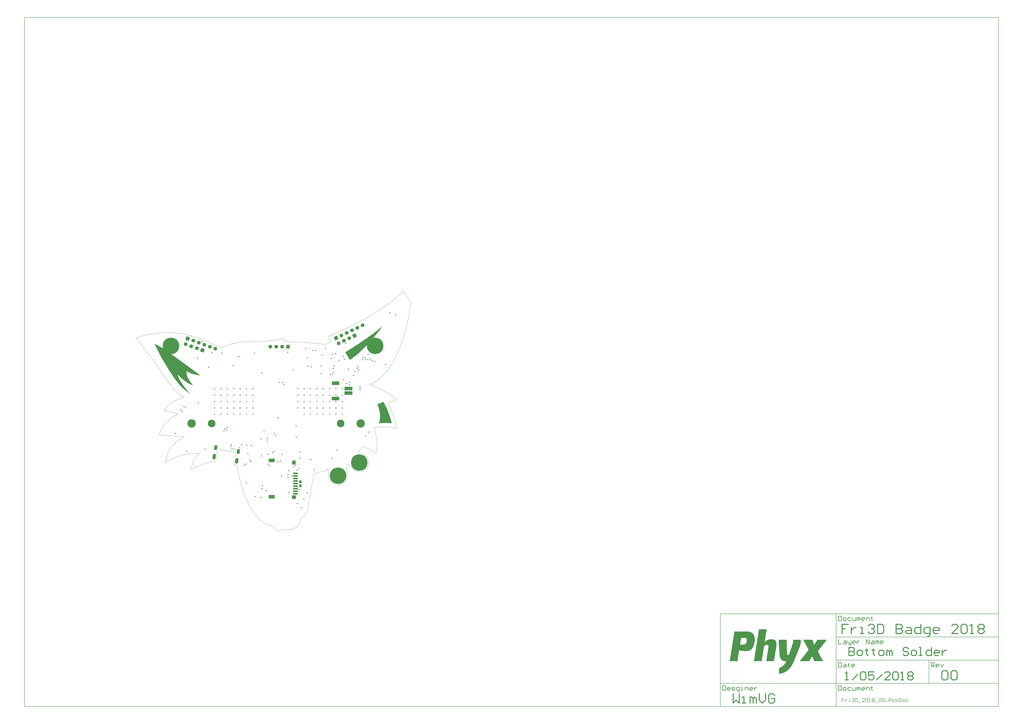
<source format=gbs>
G04*
G04 #@! TF.GenerationSoftware,Altium Limited,Altium Designer,18.1.6 (161)*
G04*
G04 Layer_Color=16711935*
%FSLAX25Y25*%
%MOIN*%
G70*
G01*
G75*
%ADD10C,0.00787*%
%ADD13C,0.00984*%
%ADD14C,0.00394*%
%ADD16C,0.01575*%
%ADD105R,0.04331X0.04724*%
%ADD114C,0.06299*%
%ADD115P,0.08908X4X205.0*%
%ADD116C,0.12992*%
%ADD117C,0.14173*%
G04:AMPARAMS|DCode=118|XSize=98.43mil|YSize=51.18mil|CornerRadius=0mil|HoleSize=0mil|Usage=FLASHONLY|Rotation=80.000|XOffset=0mil|YOffset=0mil|HoleType=Round|Shape=Round|*
%AMOVALD118*
21,1,0.04724,0.05118,0.00000,0.00000,80.0*
1,1,0.05118,-0.00410,-0.02326*
1,1,0.05118,0.00410,0.02326*
%
%ADD118OVALD118*%

G04:AMPARAMS|DCode=119|XSize=86.61mil|YSize=51.18mil|CornerRadius=0mil|HoleSize=0mil|Usage=FLASHONLY|Rotation=80.000|XOffset=0mil|YOffset=0mil|HoleType=Round|Shape=Round|*
%AMOVALD119*
21,1,0.03543,0.05118,0.00000,0.00000,80.0*
1,1,0.05118,-0.00308,-0.01745*
1,1,0.05118,0.00308,0.01745*
%
%ADD119OVALD119*%

%ADD120P,0.08908X4X71.0*%
%ADD121C,0.27953*%
%ADD122C,0.00394*%
%ADD123R,0.06299X0.06299*%
%ADD149R,0.12598X0.05906*%
%ADD150R,0.13780X0.06299*%
%ADD151R,0.09843X0.05906*%
%ADD152R,0.06693X0.05906*%
%ADD153R,0.05906X0.06693*%
%ADD154R,0.08268X0.03150*%
%ADD155C,0.01968*%
G36*
X183602Y345210D02*
X178870Y338782D01*
X173960Y332488D01*
X168876Y326334D01*
X163623Y320324D01*
X158203Y314463D01*
X152623Y308756D01*
X149755Y305981D01*
X149754Y305981D01*
X149753Y305979D01*
X149751Y305978D01*
X147964Y304235D01*
X144279Y300865D01*
X140487Y297614D01*
X136593Y294487D01*
X134597Y292987D01*
X134591Y292982D01*
X134585Y292978D01*
X133828Y292387D01*
X132271Y291262D01*
X130673Y290195D01*
X129037Y289189D01*
X128873Y289096D01*
X121336Y301788D01*
X125410Y304333D01*
X125413Y304335D01*
X125417Y304338D01*
X134811Y310340D01*
X134816Y310343D01*
X134820Y310346D01*
X144132Y316475D01*
X144136Y316478D01*
X144141Y316481D01*
X153368Y322736D01*
X153372Y322739D01*
X153375Y322741D01*
X157957Y325916D01*
X157959Y325918D01*
X157962Y325919D01*
X160498Y327707D01*
X160502Y327710D01*
X160507Y327713D01*
X165529Y331356D01*
X165535Y331361D01*
X165541Y331365D01*
X170497Y335098D01*
X170503Y335103D01*
X170508Y335107D01*
X175396Y338929D01*
X175400Y338932D01*
X175405Y338935D01*
X177823Y340880D01*
X177823Y340880D01*
X179676Y342369D01*
X179688Y342379D01*
X179700Y342389D01*
X183288Y345509D01*
X183303Y345523D01*
X183318Y345536D01*
X184863Y347026D01*
X183602Y345210D01*
D02*
G37*
G36*
X-202012Y316196D02*
X-197821Y314135D01*
X-193697Y311942D01*
X-189646Y309618D01*
X-185670Y307166D01*
X-181775Y304588D01*
X-177964Y301887D01*
X-174241Y299067D01*
X-172426Y297598D01*
X-172410Y297586D01*
X-172394Y297573D01*
X-150239Y281426D01*
X-131452Y267568D01*
X-130277Y266672D01*
X-130270Y266667D01*
X-130263Y266662D01*
X-127864Y264914D01*
X-127854Y264908D01*
X-127845Y264901D01*
X-125395Y263224D01*
X-125385Y263218D01*
X-125376Y263211D01*
X-124300Y262520D01*
X-128709Y263101D01*
X-133686Y264116D01*
X-138580Y265477D01*
X-140965Y266323D01*
X-141757Y266623D01*
X-143313Y267325D01*
X-144824Y268123D01*
X-146282Y269012D01*
X-146982Y269501D01*
X-146988Y269506D01*
X-146995Y269511D01*
X-147020Y269525D01*
X-147044Y269541D01*
X-147046Y269542D01*
X-147047Y269543D01*
X-147054Y269546D01*
X-147061Y269550D01*
X-147087Y269563D01*
X-147113Y269576D01*
X-147115Y269576D01*
X-147116Y269577D01*
X-147124Y269580D01*
X-147131Y269584D01*
X-147158Y269593D01*
X-147185Y269603D01*
X-147187Y269604D01*
X-147188Y269605D01*
X-147196Y269607D01*
X-147204Y269610D01*
X-147232Y269617D01*
X-147259Y269624D01*
X-147261Y269625D01*
X-147263Y269625D01*
X-147271Y269626D01*
X-147279Y269629D01*
X-147308Y269633D01*
X-147336Y269638D01*
X-147338Y269638D01*
X-147339Y269638D01*
X-147347Y269639D01*
X-147356Y269640D01*
X-147384Y269641D01*
X-147413Y269643D01*
X-147415Y269643D01*
X-147417Y269643D01*
X-147425Y269643D01*
X-147433Y269644D01*
X-147461Y269642D01*
X-147490Y269642D01*
X-147492Y269641D01*
X-147494Y269641D01*
X-147502Y269640D01*
X-147510Y269640D01*
X-147539Y269636D01*
X-147567Y269632D01*
X-147569Y269632D01*
X-147571Y269632D01*
X-147579Y269630D01*
X-147587Y269629D01*
X-147615Y269621D01*
X-147642Y269615D01*
X-147644Y269615D01*
X-147646Y269614D01*
X-147654Y269612D01*
X-147662Y269610D01*
X-147689Y269600D01*
X-147716Y269591D01*
X-147718Y269590D01*
X-147720Y269590D01*
X-147727Y269586D01*
X-147735Y269584D01*
X-147760Y269571D01*
X-147787Y269560D01*
X-147788Y269559D01*
X-147790Y269558D01*
X-147797Y269554D01*
X-147805Y269550D01*
X-147829Y269536D01*
X-147854Y269522D01*
X-147856Y269521D01*
X-147857Y269520D01*
X-147864Y269515D01*
X-147871Y269511D01*
X-147894Y269494D01*
X-147917Y269477D01*
X-147919Y269476D01*
X-147920Y269475D01*
X-147926Y269470D01*
X-147933Y269465D01*
X-147954Y269446D01*
X-147976Y269427D01*
X-147977Y269425D01*
X-147979Y269424D01*
X-147984Y269418D01*
X-147990Y269413D01*
X-148010Y269392D01*
X-148029Y269371D01*
X-148031Y269369D01*
X-148032Y269368D01*
X-148037Y269361D01*
X-148042Y269355D01*
X-148059Y269333D01*
X-148077Y269310D01*
X-148078Y269308D01*
X-148079Y269307D01*
X-148083Y269300D01*
X-148089Y269293D01*
X-148103Y269269D01*
X-148118Y269245D01*
X-148119Y269243D01*
X-148120Y269241D01*
X-148124Y269234D01*
X-148128Y269227D01*
X-148140Y269201D01*
X-148153Y269176D01*
X-148154Y269174D01*
X-148155Y269172D01*
X-148158Y269164D01*
X-148161Y269157D01*
X-148171Y269130D01*
X-148181Y269104D01*
X-148182Y269102D01*
X-148182Y269100D01*
X-148185Y269092D01*
X-148187Y269084D01*
X-148194Y269056D01*
X-148202Y269029D01*
X-148202Y269027D01*
X-148203Y269025D01*
X-148204Y269017D01*
X-148206Y269009D01*
X-148210Y268981D01*
X-148215Y268953D01*
X-148215Y268951D01*
X-148216Y268949D01*
X-148216Y268941D01*
X-148217Y268933D01*
X-148219Y268904D01*
X-148221Y268876D01*
X-148241Y268099D01*
X-148240Y268075D01*
X-148241Y268051D01*
X-148187Y266499D01*
X-148184Y266467D01*
X-148182Y266435D01*
X-148003Y264892D01*
X-147998Y264861D01*
X-147993Y264829D01*
X-147691Y263306D01*
X-147683Y263275D01*
X-147676Y263244D01*
X-147252Y261750D01*
X-147241Y261719D01*
X-147232Y261689D01*
X-146688Y260234D01*
X-146676Y260205D01*
X-146664Y260175D01*
X-146005Y258768D01*
X-145990Y258740D01*
X-145976Y258712D01*
X-145205Y257363D01*
X-145193Y257343D01*
X-145181Y257322D01*
X-144768Y256691D01*
X-144355Y255974D01*
X-144351Y255968D01*
X-144347Y255961D01*
X-143471Y254506D01*
X-143465Y254497D01*
X-143460Y254489D01*
X-142547Y253057D01*
X-142541Y253048D01*
X-142536Y253040D01*
X-141586Y251631D01*
X-141581Y251625D01*
X-141577Y251619D01*
X-141089Y250924D01*
X-141087Y250922D01*
X-141086Y250920D01*
X-140548Y250166D01*
X-140544Y250161D01*
X-140540Y250155D01*
X-139439Y248666D01*
X-139433Y248659D01*
X-139428Y248652D01*
X-138294Y247188D01*
X-138288Y247181D01*
X-138282Y247174D01*
X-137643Y246387D01*
X-138545Y246538D01*
X-139560Y246815D01*
X-140051Y247003D01*
X-140067Y247008D01*
X-140083Y247015D01*
X-140769Y247244D01*
X-142117Y247772D01*
X-143436Y248366D01*
X-144725Y249026D01*
X-145352Y249387D01*
X-145352Y249388D01*
X-145352Y249388D01*
X-146320Y249944D01*
X-148207Y251138D01*
X-150042Y252410D01*
X-151822Y253758D01*
X-152682Y254469D01*
X-152683Y254470D01*
X-152683Y254470D01*
X-153920Y255490D01*
X-156323Y257613D01*
X-158652Y259817D01*
X-160904Y262100D01*
X-161990Y263279D01*
X-162014Y263302D01*
X-162038Y263327D01*
X-162042Y263330D01*
X-162045Y263333D01*
X-162071Y263354D01*
X-162098Y263376D01*
X-162101Y263379D01*
X-162105Y263382D01*
X-162134Y263401D01*
X-162162Y263419D01*
X-162166Y263422D01*
X-162170Y263424D01*
X-162200Y263440D01*
X-162230Y263456D01*
X-162234Y263458D01*
X-162239Y263460D01*
X-162270Y263473D01*
X-162301Y263486D01*
X-162306Y263487D01*
X-162310Y263489D01*
X-162343Y263499D01*
X-162375Y263509D01*
X-162380Y263510D01*
X-162384Y263511D01*
X-162418Y263517D01*
X-162451Y263524D01*
X-162456Y263525D01*
X-162460Y263526D01*
X-162494Y263529D01*
X-162528Y263532D01*
X-162532Y263532D01*
X-162538Y263533D01*
X-162572Y263532D01*
X-162605Y263532D01*
X-162610Y263532D01*
X-162615Y263532D01*
X-162648Y263528D01*
X-162682Y263525D01*
X-162687Y263524D01*
X-162692Y263524D01*
X-162725Y263517D01*
X-162758Y263510D01*
X-162763Y263509D01*
X-162768Y263508D01*
X-162800Y263498D01*
X-162832Y263488D01*
X-162837Y263487D01*
X-162841Y263485D01*
X-162873Y263472D01*
X-162904Y263459D01*
X-162908Y263457D01*
X-162913Y263455D01*
X-162943Y263439D01*
X-162972Y263423D01*
X-162976Y263420D01*
X-162981Y263418D01*
X-163009Y263399D01*
X-163037Y263380D01*
X-163040Y263377D01*
X-163045Y263374D01*
X-163071Y263352D01*
X-163097Y263332D01*
X-163100Y263328D01*
X-163104Y263325D01*
X-163128Y263301D01*
X-163152Y263277D01*
X-163155Y263273D01*
X-163158Y263270D01*
X-163180Y263243D01*
X-163201Y263217D01*
X-163204Y263213D01*
X-163207Y263210D01*
X-163226Y263181D01*
X-163244Y263153D01*
X-163247Y263149D01*
X-163249Y263145D01*
X-163265Y263115D01*
X-163281Y263085D01*
X-163283Y263081D01*
X-163285Y263076D01*
X-163298Y263045D01*
X-163311Y263014D01*
X-163312Y263009D01*
X-163314Y263005D01*
X-163324Y262972D01*
X-163334Y262940D01*
X-163335Y262935D01*
X-163336Y262930D01*
X-163342Y262897D01*
X-163349Y262864D01*
X-163350Y262859D01*
X-163351Y262854D01*
X-163354Y262821D01*
X-163357Y262787D01*
X-163357Y262782D01*
X-163358Y262777D01*
X-163357Y262743D01*
X-163357Y262710D01*
X-163357Y262705D01*
X-163357Y262700D01*
X-163354Y262667D01*
X-163350Y262633D01*
X-163349Y262628D01*
X-163349Y262623D01*
X-163342Y262590D01*
X-163336Y262557D01*
X-163334Y262552D01*
X-163333Y262547D01*
X-163323Y262515D01*
X-163313Y262483D01*
X-163312Y262478D01*
X-163310Y262473D01*
X-163297Y262442D01*
X-163284Y262411D01*
X-162114Y259907D01*
X-162106Y259892D01*
X-162099Y259877D01*
X-159544Y254976D01*
X-159532Y254956D01*
X-159521Y254936D01*
X-156687Y250191D01*
X-156674Y250172D01*
X-156662Y250152D01*
X-153558Y245580D01*
X-153548Y245566D01*
X-153538Y245552D01*
X-151888Y243335D01*
X-151888Y243335D01*
X-151128Y242312D01*
X-151125Y242309D01*
X-151123Y242305D01*
X-149582Y240275D01*
X-149578Y240271D01*
X-149575Y240267D01*
X-148006Y238258D01*
X-148003Y238254D01*
X-148000Y238249D01*
X-146405Y236261D01*
X-146402Y236258D01*
X-146400Y236255D01*
X-145592Y235269D01*
X-145592Y235268D01*
X-145592Y235268D01*
X-145591Y235267D01*
X-145590Y235267D01*
X-144775Y234278D01*
X-144772Y234275D01*
X-144770Y234272D01*
X-143119Y232313D01*
X-143115Y232309D01*
X-143111Y232304D01*
X-142450Y231542D01*
X-145393Y233509D01*
X-150120Y237123D01*
X-154608Y241031D01*
X-158838Y245216D01*
X-162794Y249661D01*
X-166460Y254349D01*
X-169820Y259260D01*
X-171341Y261817D01*
X-171347Y261825D01*
X-171352Y261834D01*
X-171358Y261843D01*
X-171363Y261852D01*
X-171368Y261858D01*
X-171372Y261865D01*
X-173382Y264750D01*
X-177283Y270602D01*
X-181061Y276534D01*
X-184715Y282544D01*
X-186479Y285585D01*
X-186480Y285587D01*
X-186481Y285588D01*
X-187968Y288132D01*
X-190862Y293267D01*
X-193675Y298446D01*
X-196408Y303669D01*
X-197734Y306301D01*
X-197737Y306307D01*
X-197740Y306313D01*
X-198496Y307751D01*
X-199921Y310672D01*
X-201257Y313635D01*
X-202389Y316366D01*
X-202012Y316196D01*
D02*
G37*
G36*
X189315Y211579D02*
X189317Y211575D01*
X189318Y211572D01*
X190856Y208423D01*
X193647Y201994D01*
X196148Y195447D01*
X198354Y188795D01*
X199306Y185424D01*
X199480Y184801D01*
X199804Y183546D01*
X200103Y182285D01*
X200314Y181309D01*
X199090Y181487D01*
X199062Y181490D01*
X199035Y181494D01*
X194705Y181919D01*
X194669Y181921D01*
X194632Y181924D01*
X190285Y182077D01*
X190248Y182077D01*
X190210Y182077D01*
X185862Y181958D01*
X185835Y181956D01*
X185807Y181955D01*
X183845Y181809D01*
X183830Y181814D01*
X183815Y181819D01*
X183786Y181828D01*
X183757Y181836D01*
X183741Y181840D01*
X183725Y181845D01*
X183696Y181851D01*
X183667Y181857D01*
X183651Y181860D01*
X183634Y181863D01*
X183605Y181866D01*
X183575Y181871D01*
X183559Y181872D01*
X183542Y181874D01*
X183512Y181875D01*
X183483Y181877D01*
X183466Y181877D01*
X183449Y181878D01*
X183420Y181876D01*
X183390Y181876D01*
X183373Y181875D01*
X183357Y181874D01*
X178005Y181456D01*
X178166Y181836D01*
X178166Y181837D01*
X178167Y181838D01*
X178183Y181881D01*
X178199Y181923D01*
X178199Y181924D01*
X178199Y181925D01*
X179241Y185065D01*
X179246Y185081D01*
X179251Y185097D01*
X179259Y185126D01*
X179267Y185154D01*
X179270Y185171D01*
X179275Y185187D01*
X179976Y188420D01*
X179979Y188437D01*
X179982Y188453D01*
X179987Y188482D01*
X179992Y188512D01*
X179994Y188528D01*
X179996Y188545D01*
X180349Y191835D01*
X180349Y191836D01*
X180349Y191837D01*
X180352Y191881D01*
X180355Y191927D01*
X180355Y191928D01*
X180355Y191929D01*
X180399Y193584D01*
X180399Y193605D01*
X180400Y193627D01*
X180393Y194256D01*
X180392Y194274D01*
X180392Y194292D01*
X180341Y195550D01*
X180339Y195574D01*
X180338Y195598D01*
X180236Y196852D01*
X180233Y196876D01*
X180231Y196900D01*
X180078Y198150D01*
X180075Y198167D01*
X180073Y198185D01*
X179978Y198807D01*
X179978Y198808D01*
X179977Y198810D01*
X179977Y198812D01*
X179977Y198814D01*
X179976Y198817D01*
X179976Y198817D01*
X179976Y198818D01*
X179976Y198819D01*
X179976Y198819D01*
X179976Y198822D01*
X179664Y200804D01*
X179657Y200837D01*
X179651Y200870D01*
X178803Y204792D01*
X178791Y204837D01*
X178781Y204879D01*
X178780Y204882D01*
X178780Y204882D01*
X178780Y204882D01*
X177639Y208722D01*
X177639Y208722D01*
X177639Y208722D01*
X177638Y208725D01*
X177624Y208768D01*
X177609Y208810D01*
X177608Y208813D01*
X177608Y208813D01*
X177608Y208813D01*
X176179Y212559D01*
X176166Y212590D01*
X176153Y212621D01*
X175666Y213708D01*
X186299Y217863D01*
X189315Y211579D01*
D02*
G37*
G36*
X938794Y-186079D02*
X938507D01*
Y-186365D01*
X938221D01*
Y-186652D01*
Y-186938D01*
X937935D01*
Y-187224D01*
X937649D01*
Y-187511D01*
X937362D01*
Y-187797D01*
Y-188083D01*
X937076D01*
Y-188370D01*
X936790D01*
Y-188656D01*
X936503D01*
Y-188942D01*
X936217D01*
Y-189229D01*
Y-189515D01*
X935931D01*
Y-189801D01*
X935644D01*
Y-190088D01*
X935358D01*
Y-190374D01*
Y-190660D01*
X935072D01*
Y-190946D01*
X934785D01*
Y-191233D01*
X934499D01*
Y-191519D01*
X934213D01*
Y-191806D01*
Y-192092D01*
X933926D01*
Y-192378D01*
X933640D01*
Y-192664D01*
X933354D01*
Y-192951D01*
Y-193237D01*
X933068D01*
Y-193523D01*
X932781D01*
Y-193810D01*
X932495D01*
Y-194096D01*
Y-194382D01*
X932209D01*
Y-194669D01*
X931922D01*
Y-194955D01*
X931636D01*
Y-195241D01*
X931350D01*
Y-195528D01*
Y-195814D01*
X931063D01*
Y-196100D01*
X930777D01*
Y-196387D01*
X930491D01*
Y-196673D01*
Y-196959D01*
X930204D01*
Y-197245D01*
X929918D01*
Y-197532D01*
X929632D01*
Y-197818D01*
Y-198104D01*
X929346D01*
Y-198391D01*
X929059D01*
Y-198677D01*
X928773D01*
Y-198963D01*
X928487D01*
Y-199250D01*
Y-199536D01*
X928200D01*
Y-199822D01*
X927914D01*
Y-200109D01*
X927628D01*
Y-200395D01*
Y-200681D01*
X927341D01*
Y-200968D01*
X927055D01*
Y-201254D01*
X926769D01*
Y-201540D01*
Y-201826D01*
X926482D01*
Y-202113D01*
X926196D01*
Y-202399D01*
X925910D01*
Y-202685D01*
X925623D01*
Y-202972D01*
Y-203258D01*
X925337D01*
Y-203544D01*
X925051D01*
Y-203831D01*
X924765D01*
Y-204117D01*
Y-204403D01*
X924478D01*
Y-204690D01*
X924192D01*
Y-204976D01*
X923906D01*
Y-205262D01*
X923619D01*
Y-205549D01*
Y-205835D01*
X923906D01*
Y-206121D01*
Y-206407D01*
X924192D01*
Y-206694D01*
Y-206980D01*
X924478D01*
Y-207266D01*
X924765D01*
Y-207553D01*
Y-207839D01*
X925051D01*
Y-208125D01*
Y-208412D01*
X925337D01*
Y-208698D01*
Y-208984D01*
X925623D01*
Y-209271D01*
Y-209557D01*
X925910D01*
Y-209843D01*
Y-210129D01*
X926196D01*
Y-210416D01*
Y-210702D01*
X926482D01*
Y-210988D01*
Y-211275D01*
X926769D01*
Y-211561D01*
Y-211847D01*
X927055D01*
Y-212134D01*
X927341D01*
Y-212420D01*
Y-212706D01*
X927628D01*
Y-212993D01*
Y-213279D01*
X927914D01*
Y-213565D01*
Y-213851D01*
X928200D01*
Y-214138D01*
Y-214424D01*
X928487D01*
Y-214710D01*
Y-214997D01*
X928773D01*
Y-215283D01*
Y-215569D01*
X929059D01*
Y-215856D01*
Y-216142D01*
X929346D01*
Y-216428D01*
X929632D01*
Y-216715D01*
Y-217001D01*
X929918D01*
Y-217287D01*
Y-217574D01*
X930204D01*
Y-217860D01*
Y-218146D01*
X930491D01*
Y-218433D01*
Y-218719D01*
X930777D01*
Y-219005D01*
Y-219291D01*
X931063D01*
Y-219578D01*
Y-219864D01*
X931350D01*
Y-220150D01*
Y-220437D01*
X931636D01*
Y-220723D01*
X931922D01*
Y-221009D01*
Y-221296D01*
X932209D01*
Y-221582D01*
Y-221868D01*
X932495D01*
Y-222155D01*
X917320D01*
Y-221868D01*
X917034D01*
Y-221582D01*
Y-221296D01*
Y-221009D01*
X916748D01*
Y-220723D01*
Y-220437D01*
Y-220150D01*
X916461D01*
Y-219864D01*
Y-219578D01*
X916175D01*
Y-219291D01*
Y-219005D01*
Y-218719D01*
X915889D01*
Y-218433D01*
Y-218146D01*
Y-217860D01*
X915602D01*
Y-217574D01*
Y-217287D01*
X915316D01*
Y-217001D01*
Y-216715D01*
Y-216428D01*
X915030D01*
Y-216142D01*
Y-215856D01*
Y-215569D01*
X914744D01*
Y-215283D01*
Y-214997D01*
Y-214710D01*
X914457D01*
Y-214424D01*
X913885D01*
Y-214710D01*
Y-214997D01*
X913598D01*
Y-215283D01*
X913312D01*
Y-215569D01*
Y-215856D01*
X913026D01*
Y-216142D01*
X912739D01*
Y-216428D01*
Y-216715D01*
X912453D01*
Y-217001D01*
X912167D01*
Y-217287D01*
Y-217574D01*
X911880D01*
Y-217860D01*
X911594D01*
Y-218146D01*
X911308D01*
Y-218433D01*
Y-218719D01*
X911022D01*
Y-219005D01*
X910735D01*
Y-219291D01*
Y-219578D01*
X910449D01*
Y-219864D01*
X910163D01*
Y-220150D01*
Y-220437D01*
X909876D01*
Y-220723D01*
X909590D01*
Y-221009D01*
Y-221296D01*
X909304D01*
Y-221582D01*
X909017D01*
Y-221868D01*
Y-222155D01*
X892984D01*
Y-221868D01*
X893270D01*
Y-221582D01*
X893556D01*
Y-221296D01*
X893843D01*
Y-221009D01*
X894129D01*
Y-220723D01*
Y-220437D01*
X894415D01*
Y-220150D01*
X894702D01*
Y-219864D01*
X894988D01*
Y-219578D01*
X895274D01*
Y-219291D01*
Y-219005D01*
X895561D01*
Y-218719D01*
X895847D01*
Y-218433D01*
X896133D01*
Y-218146D01*
Y-217860D01*
X896420D01*
Y-217574D01*
X896706D01*
Y-217287D01*
X896992D01*
Y-217001D01*
X897278D01*
Y-216715D01*
Y-216428D01*
X897565D01*
Y-216142D01*
X897851D01*
Y-215856D01*
X898137D01*
Y-215569D01*
X898424D01*
Y-215283D01*
Y-214997D01*
X898710D01*
Y-214710D01*
X898996D01*
Y-214424D01*
X899283D01*
Y-214138D01*
Y-213851D01*
X899569D01*
Y-213565D01*
X899855D01*
Y-213279D01*
X900142D01*
Y-212993D01*
X900428D01*
Y-212706D01*
Y-212420D01*
X900714D01*
Y-212134D01*
X901000D01*
Y-211847D01*
X901287D01*
Y-211561D01*
Y-211275D01*
X901573D01*
Y-210988D01*
X901859D01*
Y-210702D01*
X902146D01*
Y-210416D01*
X902432D01*
Y-210129D01*
Y-209843D01*
X902718D01*
Y-209557D01*
X903005D01*
Y-209271D01*
X903291D01*
Y-208984D01*
Y-208698D01*
X903577D01*
Y-208412D01*
X903864D01*
Y-208125D01*
X904150D01*
Y-207839D01*
X904436D01*
Y-207553D01*
Y-207266D01*
X904723D01*
Y-206980D01*
X905009D01*
Y-206694D01*
X905295D01*
Y-206407D01*
X905581D01*
Y-206121D01*
Y-205835D01*
X905868D01*
Y-205549D01*
X906154D01*
Y-205262D01*
X906441D01*
Y-204976D01*
Y-204690D01*
X906727D01*
Y-204403D01*
X907013D01*
Y-204117D01*
X907299D01*
Y-203831D01*
X907586D01*
Y-203544D01*
Y-203258D01*
X907872D01*
Y-202972D01*
Y-202685D01*
Y-202399D01*
X907586D01*
Y-202113D01*
X907299D01*
Y-201826D01*
Y-201540D01*
X907013D01*
Y-201254D01*
Y-200968D01*
X906727D01*
Y-200681D01*
Y-200395D01*
X906441D01*
Y-200109D01*
Y-199822D01*
X906154D01*
Y-199536D01*
Y-199250D01*
X905868D01*
Y-198963D01*
Y-198677D01*
X905581D01*
Y-198391D01*
X905295D01*
Y-198104D01*
Y-197818D01*
X905009D01*
Y-197532D01*
Y-197245D01*
X904723D01*
Y-196959D01*
Y-196673D01*
X904436D01*
Y-196387D01*
Y-196100D01*
X904150D01*
Y-195814D01*
Y-195528D01*
X903864D01*
Y-195241D01*
Y-194955D01*
X903577D01*
Y-194669D01*
X903291D01*
Y-194382D01*
Y-194096D01*
X903005D01*
Y-193810D01*
Y-193523D01*
X902718D01*
Y-193237D01*
Y-192951D01*
X902432D01*
Y-192664D01*
Y-192378D01*
X902146D01*
Y-192092D01*
Y-191806D01*
X901859D01*
Y-191519D01*
Y-191233D01*
X901573D01*
Y-190946D01*
Y-190660D01*
X901287D01*
Y-190374D01*
X901000D01*
Y-190088D01*
Y-189801D01*
X900714D01*
Y-189515D01*
Y-189229D01*
X900428D01*
Y-188942D01*
Y-188656D01*
X900142D01*
Y-188370D01*
Y-188083D01*
X899855D01*
Y-187797D01*
Y-187511D01*
X899569D01*
Y-187224D01*
Y-186938D01*
X899283D01*
Y-186652D01*
X898996D01*
Y-186365D01*
Y-186079D01*
X898710D01*
Y-185793D01*
X914457D01*
Y-186079D01*
X914744D01*
Y-186365D01*
Y-186652D01*
Y-186938D01*
X915030D01*
Y-187224D01*
Y-187511D01*
Y-187797D01*
X915316D01*
Y-188083D01*
Y-188370D01*
Y-188656D01*
X915602D01*
Y-188942D01*
Y-189229D01*
Y-189515D01*
X915889D01*
Y-189801D01*
Y-190088D01*
Y-190374D01*
X916175D01*
Y-190660D01*
Y-190946D01*
Y-191233D01*
X916461D01*
Y-191519D01*
Y-191806D01*
Y-192092D01*
X916748D01*
Y-192378D01*
Y-192664D01*
Y-192951D01*
X917034D01*
Y-193237D01*
Y-193523D01*
Y-193810D01*
Y-194096D01*
X917607D01*
Y-193810D01*
X917893D01*
Y-193523D01*
X918179D01*
Y-193237D01*
Y-192951D01*
X918466D01*
Y-192664D01*
X918752D01*
Y-192378D01*
Y-192092D01*
X919038D01*
Y-191806D01*
X919324D01*
Y-191519D01*
Y-191233D01*
X919611D01*
Y-190946D01*
X919897D01*
Y-190660D01*
Y-190374D01*
X920183D01*
Y-190088D01*
X920470D01*
Y-189801D01*
Y-189515D01*
X920756D01*
Y-189229D01*
X921042D01*
Y-188942D01*
Y-188656D01*
X921329D01*
Y-188370D01*
X921615D01*
Y-188083D01*
Y-187797D01*
X921901D01*
Y-187511D01*
X922188D01*
Y-187224D01*
Y-186938D01*
X922474D01*
Y-186652D01*
X922760D01*
Y-186365D01*
Y-186079D01*
X923047D01*
Y-185793D01*
X938794D01*
Y-186079D01*
D02*
G37*
G36*
X805658Y-172050D02*
X807376D01*
Y-172336D01*
X808235D01*
Y-172623D01*
X809094D01*
Y-172909D01*
X809953D01*
Y-173195D01*
X810526D01*
Y-173481D01*
X810812D01*
Y-173768D01*
X811385D01*
Y-174054D01*
X811671D01*
Y-174340D01*
X812243D01*
Y-174627D01*
X812530D01*
Y-174913D01*
X812816D01*
Y-175199D01*
X813103D01*
Y-175486D01*
X813389D01*
Y-175772D01*
X813675D01*
Y-176058D01*
X813961D01*
Y-176345D01*
Y-176631D01*
X814248D01*
Y-176917D01*
X814534D01*
Y-177204D01*
Y-177490D01*
X814820D01*
Y-177776D01*
X815107D01*
Y-178062D01*
Y-178349D01*
X815393D01*
Y-178635D01*
Y-178921D01*
Y-179208D01*
X815679D01*
Y-179494D01*
Y-179780D01*
Y-180067D01*
X815966D01*
Y-180353D01*
Y-180639D01*
Y-180926D01*
Y-181212D01*
X816252D01*
Y-181498D01*
Y-181784D01*
Y-182071D01*
Y-182357D01*
Y-182643D01*
X816538D01*
Y-182930D01*
Y-183216D01*
Y-183502D01*
Y-183789D01*
Y-184075D01*
Y-184361D01*
Y-184648D01*
Y-184934D01*
Y-185220D01*
Y-185507D01*
Y-185793D01*
Y-186079D01*
Y-186365D01*
Y-186652D01*
Y-186938D01*
Y-187224D01*
Y-187511D01*
Y-187797D01*
Y-188083D01*
Y-188370D01*
X816252D01*
Y-188656D01*
Y-188942D01*
Y-189229D01*
Y-189515D01*
Y-189801D01*
Y-190088D01*
Y-190374D01*
X815966D01*
Y-190660D01*
Y-190946D01*
Y-191233D01*
Y-191519D01*
Y-191806D01*
X815679D01*
Y-192092D01*
Y-192378D01*
Y-192664D01*
Y-192951D01*
Y-193237D01*
X815393D01*
Y-193523D01*
Y-193810D01*
Y-194096D01*
X815107D01*
Y-194382D01*
Y-194669D01*
Y-194955D01*
Y-195241D01*
X814820D01*
Y-195528D01*
Y-195814D01*
Y-196100D01*
X814534D01*
Y-196387D01*
Y-196673D01*
X814248D01*
Y-196959D01*
Y-197245D01*
Y-197532D01*
X813961D01*
Y-197818D01*
Y-198104D01*
X813675D01*
Y-198391D01*
Y-198677D01*
X813389D01*
Y-198963D01*
Y-199250D01*
X813103D01*
Y-199536D01*
X812816D01*
Y-199822D01*
Y-200109D01*
X812530D01*
Y-200395D01*
X812243D01*
Y-200681D01*
X811957D01*
Y-200968D01*
Y-201254D01*
X811671D01*
Y-201540D01*
X811385D01*
Y-201826D01*
X811098D01*
Y-202113D01*
X810812D01*
Y-202399D01*
X810526D01*
Y-202685D01*
X809953D01*
Y-202972D01*
X809667D01*
Y-203258D01*
X809094D01*
Y-203544D01*
X808808D01*
Y-203831D01*
X808235D01*
Y-204117D01*
X807376D01*
Y-204403D01*
X806517D01*
Y-204690D01*
X805658D01*
Y-204976D01*
X803940D01*
Y-205262D01*
X798787D01*
Y-204976D01*
X796210D01*
Y-204690D01*
X794206D01*
Y-204403D01*
X792774D01*
Y-204117D01*
X791343D01*
Y-203831D01*
X789911D01*
Y-204117D01*
Y-204403D01*
Y-204690D01*
Y-204976D01*
Y-205262D01*
Y-205549D01*
Y-205835D01*
X789625D01*
Y-206121D01*
Y-206407D01*
Y-206694D01*
Y-206980D01*
Y-207266D01*
Y-207553D01*
X789338D01*
Y-207839D01*
Y-208125D01*
Y-208412D01*
Y-208698D01*
Y-208984D01*
Y-209271D01*
X789052D01*
Y-209557D01*
Y-209843D01*
Y-210129D01*
Y-210416D01*
Y-210702D01*
Y-210988D01*
Y-211275D01*
X788766D01*
Y-211561D01*
Y-211847D01*
Y-212134D01*
Y-212420D01*
Y-212706D01*
Y-212993D01*
X788480D01*
Y-213279D01*
Y-213565D01*
Y-213851D01*
Y-214138D01*
Y-214424D01*
Y-214710D01*
X788193D01*
Y-214997D01*
Y-215283D01*
Y-215569D01*
Y-215856D01*
Y-216142D01*
Y-216428D01*
Y-216715D01*
X787907D01*
Y-217001D01*
Y-217287D01*
Y-217574D01*
Y-217860D01*
Y-218146D01*
Y-218433D01*
X787621D01*
Y-218719D01*
Y-219005D01*
Y-219291D01*
Y-219578D01*
Y-219864D01*
Y-220150D01*
X787334D01*
Y-220437D01*
Y-220723D01*
Y-221009D01*
Y-221296D01*
Y-221582D01*
Y-221868D01*
Y-222155D01*
X773878D01*
Y-221868D01*
X774164D01*
Y-221582D01*
Y-221296D01*
Y-221009D01*
Y-220723D01*
Y-220437D01*
X774450D01*
Y-220150D01*
Y-219864D01*
Y-219578D01*
Y-219291D01*
Y-219005D01*
Y-218719D01*
Y-218433D01*
X774737D01*
Y-218146D01*
Y-217860D01*
Y-217574D01*
Y-217287D01*
Y-217001D01*
Y-216715D01*
X775023D01*
Y-216428D01*
Y-216142D01*
Y-215856D01*
Y-215569D01*
Y-215283D01*
Y-214997D01*
X775309D01*
Y-214710D01*
Y-214424D01*
Y-214138D01*
Y-213851D01*
Y-213565D01*
Y-213279D01*
Y-212993D01*
X775596D01*
Y-212706D01*
Y-212420D01*
Y-212134D01*
Y-211847D01*
Y-211561D01*
Y-211275D01*
X775882D01*
Y-210988D01*
Y-210702D01*
Y-210416D01*
Y-210129D01*
Y-209843D01*
Y-209557D01*
X776168D01*
Y-209271D01*
Y-208984D01*
Y-208698D01*
Y-208412D01*
Y-208125D01*
Y-207839D01*
X776454D01*
Y-207553D01*
Y-207266D01*
Y-206980D01*
Y-206694D01*
Y-206407D01*
Y-206121D01*
Y-205835D01*
X776741D01*
Y-205549D01*
Y-205262D01*
Y-204976D01*
Y-204690D01*
Y-204403D01*
Y-204117D01*
X777027D01*
Y-203831D01*
Y-203544D01*
Y-203258D01*
Y-202972D01*
Y-202685D01*
Y-202399D01*
X777313D01*
Y-202113D01*
Y-201826D01*
Y-201540D01*
Y-201254D01*
Y-200968D01*
Y-200681D01*
X777600D01*
Y-200395D01*
Y-200109D01*
Y-199822D01*
Y-199536D01*
Y-199250D01*
Y-198963D01*
Y-198677D01*
X777886D01*
Y-198391D01*
Y-198104D01*
Y-197818D01*
Y-197532D01*
Y-197245D01*
Y-196959D01*
X778172D01*
Y-196673D01*
Y-196387D01*
Y-196100D01*
Y-195814D01*
Y-195528D01*
Y-195241D01*
X778459D01*
Y-194955D01*
Y-194669D01*
Y-194382D01*
Y-194096D01*
Y-193810D01*
Y-193523D01*
Y-193237D01*
X778745D01*
Y-192951D01*
Y-192664D01*
Y-192378D01*
Y-192092D01*
Y-191806D01*
Y-191519D01*
X779031D01*
Y-191233D01*
Y-190946D01*
Y-190660D01*
Y-190374D01*
Y-190088D01*
Y-189801D01*
X779318D01*
Y-189515D01*
Y-189229D01*
Y-188942D01*
Y-188656D01*
Y-188370D01*
Y-188083D01*
X779604D01*
Y-187797D01*
Y-187511D01*
Y-187224D01*
Y-186938D01*
Y-186652D01*
Y-186365D01*
Y-186079D01*
X779890D01*
Y-185793D01*
Y-185507D01*
Y-185220D01*
Y-184934D01*
Y-184648D01*
Y-184361D01*
X780176D01*
Y-184075D01*
Y-183789D01*
Y-183502D01*
Y-183216D01*
Y-182930D01*
Y-182643D01*
X780463D01*
Y-182357D01*
Y-182071D01*
Y-181784D01*
Y-181498D01*
Y-181212D01*
Y-180926D01*
Y-180639D01*
X780749D01*
Y-180353D01*
Y-180067D01*
Y-179780D01*
Y-179494D01*
Y-179208D01*
Y-178921D01*
X781035D01*
Y-178635D01*
Y-178349D01*
Y-178062D01*
Y-177776D01*
Y-177490D01*
Y-177204D01*
X781322D01*
Y-176917D01*
Y-176631D01*
Y-176345D01*
Y-176058D01*
Y-175772D01*
Y-175486D01*
Y-175199D01*
X781608D01*
Y-174913D01*
Y-174627D01*
Y-174340D01*
Y-174054D01*
Y-173768D01*
Y-173481D01*
X781894D01*
Y-173195D01*
Y-172909D01*
Y-172623D01*
Y-172336D01*
Y-172050D01*
Y-171764D01*
X805658D01*
Y-172050D01*
D02*
G37*
G36*
X894702Y-186079D02*
Y-186365D01*
Y-186652D01*
Y-186938D01*
Y-187224D01*
Y-187511D01*
Y-187797D01*
Y-188083D01*
Y-188370D01*
Y-188656D01*
Y-188942D01*
Y-189229D01*
Y-189515D01*
Y-189801D01*
Y-190088D01*
Y-190374D01*
Y-190660D01*
Y-190946D01*
Y-191233D01*
Y-191519D01*
Y-191806D01*
X894415D01*
Y-192092D01*
Y-192378D01*
Y-192664D01*
Y-192951D01*
Y-193237D01*
X894129D01*
Y-193523D01*
Y-193810D01*
Y-194096D01*
Y-194382D01*
X893843D01*
Y-194669D01*
Y-194955D01*
Y-195241D01*
Y-195528D01*
X893556D01*
Y-195814D01*
Y-196100D01*
Y-196387D01*
X893270D01*
Y-196673D01*
Y-196959D01*
Y-197245D01*
X892984D01*
Y-197532D01*
Y-197818D01*
Y-198104D01*
X892698D01*
Y-198391D01*
Y-198677D01*
Y-198963D01*
X892411D01*
Y-199250D01*
Y-199536D01*
X892125D01*
Y-199822D01*
Y-200109D01*
X891838D01*
Y-200395D01*
Y-200681D01*
Y-200968D01*
X891552D01*
Y-201254D01*
Y-201540D01*
X891266D01*
Y-201826D01*
Y-202113D01*
Y-202399D01*
X890980D01*
Y-202685D01*
Y-202972D01*
X890693D01*
Y-203258D01*
Y-203544D01*
Y-203831D01*
X890407D01*
Y-204117D01*
Y-204403D01*
X890121D01*
Y-204690D01*
Y-204976D01*
Y-205262D01*
X889834D01*
Y-205549D01*
Y-205835D01*
X889548D01*
Y-206121D01*
Y-206407D01*
Y-206694D01*
X889262D01*
Y-206980D01*
Y-207266D01*
X888975D01*
Y-207553D01*
Y-207839D01*
Y-208125D01*
X888689D01*
Y-208412D01*
Y-208698D01*
X888403D01*
Y-208984D01*
Y-209271D01*
Y-209557D01*
X888116D01*
Y-209843D01*
Y-210129D01*
X887830D01*
Y-210416D01*
Y-210702D01*
Y-210988D01*
X887544D01*
Y-211275D01*
Y-211561D01*
X887257D01*
Y-211847D01*
Y-212134D01*
Y-212420D01*
X886971D01*
Y-212706D01*
Y-212993D01*
X886685D01*
Y-213279D01*
Y-213565D01*
Y-213851D01*
X886399D01*
Y-214138D01*
Y-214424D01*
X886112D01*
Y-214710D01*
Y-214997D01*
Y-215283D01*
X885826D01*
Y-215569D01*
Y-215856D01*
X885540D01*
Y-216142D01*
Y-216428D01*
Y-216715D01*
X885253D01*
Y-217001D01*
Y-217287D01*
X884967D01*
Y-217574D01*
Y-217860D01*
Y-218146D01*
X884681D01*
Y-218433D01*
Y-218719D01*
X884394D01*
Y-219005D01*
Y-219291D01*
Y-219578D01*
X884108D01*
Y-219864D01*
Y-220150D01*
X883822D01*
Y-220437D01*
Y-220723D01*
Y-221009D01*
X883535D01*
Y-221296D01*
Y-221582D01*
X883249D01*
Y-221868D01*
Y-222155D01*
Y-222441D01*
X882963D01*
Y-222727D01*
Y-223014D01*
X882677D01*
Y-223300D01*
Y-223586D01*
X882390D01*
Y-223872D01*
Y-224159D01*
X882104D01*
Y-224445D01*
Y-224731D01*
Y-225018D01*
X881818D01*
Y-225304D01*
X881531D01*
Y-225590D01*
Y-225877D01*
Y-226163D01*
X881245D01*
Y-226449D01*
X880959D01*
Y-226736D01*
Y-227022D01*
X880672D01*
Y-227308D01*
Y-227595D01*
X880386D01*
Y-227881D01*
Y-228167D01*
X880100D01*
Y-228453D01*
Y-228740D01*
X879813D01*
Y-229026D01*
X879527D01*
Y-229312D01*
Y-229599D01*
X879241D01*
Y-229885D01*
Y-230171D01*
X878954D01*
Y-230458D01*
X878668D01*
Y-230744D01*
X878382D01*
Y-231030D01*
Y-231317D01*
X878096D01*
Y-231603D01*
X877809D01*
Y-231889D01*
Y-232176D01*
X877523D01*
Y-232462D01*
X877237D01*
Y-232748D01*
X876950D01*
Y-233034D01*
Y-233321D01*
X876664D01*
Y-233607D01*
X876378D01*
Y-233893D01*
X876091D01*
Y-234180D01*
X875805D01*
Y-234466D01*
X875519D01*
Y-234752D01*
Y-235039D01*
X875232D01*
Y-235325D01*
X874946D01*
Y-235611D01*
X874660D01*
Y-235898D01*
X874373D01*
Y-236184D01*
X874087D01*
Y-236470D01*
X873801D01*
Y-236757D01*
X873514D01*
Y-237043D01*
X872942D01*
Y-237329D01*
X872656D01*
Y-237615D01*
X872369D01*
Y-237902D01*
X872083D01*
Y-238188D01*
X871797D01*
Y-238474D01*
X871224D01*
Y-238761D01*
X870938D01*
Y-239047D01*
X870365D01*
Y-239333D01*
X870079D01*
Y-239620D01*
X869506D01*
Y-239906D01*
X869220D01*
Y-240192D01*
X868647D01*
Y-240479D01*
X868075D01*
Y-240765D01*
X867502D01*
Y-241051D01*
X866929D01*
Y-241338D01*
X866357D01*
Y-241624D01*
X865498D01*
Y-241910D01*
X864925D01*
Y-242196D01*
X864066D01*
Y-242483D01*
X862921D01*
Y-242769D01*
X861776D01*
Y-243056D01*
X860058D01*
Y-243342D01*
X858054D01*
Y-243628D01*
X857767D01*
Y-243342D01*
Y-243056D01*
Y-242769D01*
Y-242483D01*
Y-242196D01*
Y-241910D01*
Y-241624D01*
Y-241338D01*
Y-241051D01*
Y-240765D01*
Y-240479D01*
Y-240192D01*
Y-239906D01*
Y-239620D01*
Y-239333D01*
Y-239047D01*
Y-238761D01*
Y-238474D01*
Y-238188D01*
Y-237902D01*
Y-237615D01*
Y-237329D01*
Y-237043D01*
Y-236757D01*
Y-236470D01*
Y-236184D01*
Y-235898D01*
Y-235611D01*
Y-235325D01*
Y-235039D01*
Y-234752D01*
Y-234466D01*
Y-234180D01*
X858340D01*
Y-233893D01*
X858912D01*
Y-233607D01*
X859485D01*
Y-233321D01*
X860058D01*
Y-233034D01*
X860630D01*
Y-232748D01*
X861203D01*
Y-232462D01*
X861489D01*
Y-232176D01*
X862062D01*
Y-231889D01*
X862348D01*
Y-231603D01*
X862921D01*
Y-231317D01*
X863207D01*
Y-231030D01*
X863494D01*
Y-230744D01*
X864066D01*
Y-230458D01*
X864353D01*
Y-230171D01*
X864639D01*
Y-229885D01*
X864925D01*
Y-229599D01*
X865211D01*
Y-229312D01*
X865498D01*
Y-229026D01*
X865784D01*
Y-228740D01*
X866070D01*
Y-228453D01*
X866357D01*
Y-228167D01*
X866643D01*
Y-227881D01*
X866929D01*
Y-227595D01*
X867216D01*
Y-227308D01*
Y-227022D01*
X867502D01*
Y-226736D01*
X867788D01*
Y-226449D01*
X868075D01*
Y-226163D01*
Y-225877D01*
X868361D01*
Y-225590D01*
X868647D01*
Y-225304D01*
Y-225018D01*
X868933D01*
Y-224731D01*
Y-224445D01*
X869220D01*
Y-224159D01*
X869506D01*
Y-223872D01*
Y-223586D01*
X869792D01*
Y-223300D01*
Y-223014D01*
X870079D01*
Y-222727D01*
Y-222441D01*
X868361D01*
Y-222155D01*
X866357D01*
Y-221868D01*
X865211D01*
Y-221582D01*
X864639D01*
Y-221296D01*
X863780D01*
Y-221009D01*
X863207D01*
Y-220723D01*
X862921D01*
Y-220437D01*
X862348D01*
Y-220150D01*
X862062D01*
Y-219864D01*
X861776D01*
Y-219578D01*
X861489D01*
Y-219291D01*
X861203D01*
Y-219005D01*
X860917D01*
Y-218719D01*
Y-218433D01*
X860630D01*
Y-218146D01*
X860344D01*
Y-217860D01*
Y-217574D01*
X860058D01*
Y-217287D01*
Y-217001D01*
X859772D01*
Y-216715D01*
Y-216428D01*
X859485D01*
Y-216142D01*
Y-215856D01*
Y-215569D01*
X859199D01*
Y-215283D01*
Y-214997D01*
Y-214710D01*
Y-214424D01*
X858912D01*
Y-214138D01*
Y-213851D01*
Y-213565D01*
Y-213279D01*
Y-212993D01*
Y-212706D01*
Y-212420D01*
X858626D01*
Y-212134D01*
Y-211847D01*
Y-211561D01*
Y-211275D01*
Y-210988D01*
Y-210702D01*
Y-210416D01*
Y-210129D01*
Y-209843D01*
Y-209557D01*
Y-209271D01*
Y-208984D01*
Y-208698D01*
Y-208412D01*
Y-208125D01*
X858340D01*
Y-207839D01*
Y-207553D01*
Y-207266D01*
Y-206980D01*
Y-206694D01*
Y-206407D01*
Y-206121D01*
Y-205835D01*
Y-205549D01*
Y-205262D01*
Y-204976D01*
Y-204690D01*
Y-204403D01*
Y-204117D01*
Y-203831D01*
X858054D01*
Y-203544D01*
Y-203258D01*
Y-202972D01*
Y-202685D01*
Y-202399D01*
Y-202113D01*
Y-201826D01*
Y-201540D01*
Y-201254D01*
Y-200968D01*
Y-200681D01*
Y-200395D01*
Y-200109D01*
Y-199822D01*
Y-199536D01*
Y-199250D01*
X857767D01*
Y-198963D01*
Y-198677D01*
Y-198391D01*
Y-198104D01*
Y-197818D01*
Y-197532D01*
Y-197245D01*
Y-196959D01*
Y-196673D01*
Y-196387D01*
Y-196100D01*
Y-195814D01*
Y-195528D01*
Y-195241D01*
Y-194955D01*
Y-194669D01*
X857481D01*
Y-194382D01*
Y-194096D01*
Y-193810D01*
Y-193523D01*
Y-193237D01*
Y-192951D01*
Y-192664D01*
Y-192378D01*
Y-192092D01*
Y-191806D01*
Y-191519D01*
Y-191233D01*
Y-190946D01*
Y-190660D01*
X857195D01*
Y-190374D01*
Y-190088D01*
Y-189801D01*
Y-189515D01*
Y-189229D01*
Y-188942D01*
Y-188656D01*
Y-188370D01*
Y-188083D01*
Y-187797D01*
Y-187511D01*
Y-187224D01*
Y-186938D01*
Y-186652D01*
Y-186365D01*
Y-186079D01*
X856908D01*
Y-185793D01*
X870651D01*
Y-186079D01*
Y-186365D01*
Y-186652D01*
Y-186938D01*
Y-187224D01*
Y-187511D01*
Y-187797D01*
Y-188083D01*
Y-188370D01*
Y-188656D01*
Y-188942D01*
Y-189229D01*
Y-189515D01*
Y-189801D01*
X870938D01*
Y-190088D01*
Y-190374D01*
Y-190660D01*
Y-190946D01*
Y-191233D01*
Y-191519D01*
Y-191806D01*
Y-192092D01*
Y-192378D01*
Y-192664D01*
Y-192951D01*
Y-193237D01*
Y-193523D01*
Y-193810D01*
Y-194096D01*
Y-194382D01*
Y-194669D01*
Y-194955D01*
Y-195241D01*
Y-195528D01*
Y-195814D01*
Y-196100D01*
Y-196387D01*
Y-196673D01*
Y-196959D01*
Y-197245D01*
Y-197532D01*
Y-197818D01*
Y-198104D01*
Y-198391D01*
Y-198677D01*
Y-198963D01*
Y-199250D01*
Y-199536D01*
Y-199822D01*
Y-200109D01*
Y-200395D01*
Y-200681D01*
Y-200968D01*
Y-201254D01*
Y-201540D01*
X871224D01*
Y-201826D01*
X870938D01*
Y-202113D01*
Y-202399D01*
X871224D01*
Y-202685D01*
Y-202972D01*
Y-203258D01*
Y-203544D01*
Y-203831D01*
Y-204117D01*
Y-204403D01*
Y-204690D01*
Y-204976D01*
Y-205262D01*
Y-205549D01*
Y-205835D01*
Y-206121D01*
Y-206407D01*
Y-206694D01*
Y-206980D01*
Y-207266D01*
Y-207553D01*
Y-207839D01*
Y-208125D01*
Y-208412D01*
Y-208698D01*
Y-208984D01*
Y-209271D01*
Y-209557D01*
Y-209843D01*
X871510D01*
Y-210129D01*
Y-210416D01*
Y-210702D01*
X871797D01*
Y-210988D01*
X872083D01*
Y-211275D01*
X872369D01*
Y-211561D01*
X873228D01*
Y-211847D01*
X874087D01*
Y-211561D01*
X874373D01*
Y-211275D01*
Y-210988D01*
Y-210702D01*
X874660D01*
Y-210416D01*
Y-210129D01*
X874946D01*
Y-209843D01*
Y-209557D01*
Y-209271D01*
X875232D01*
Y-208984D01*
Y-208698D01*
Y-208412D01*
X875519D01*
Y-208125D01*
Y-207839D01*
Y-207553D01*
X875805D01*
Y-207266D01*
Y-206980D01*
Y-206694D01*
X876091D01*
Y-206407D01*
Y-206121D01*
X876378D01*
Y-205835D01*
Y-205549D01*
Y-205262D01*
X876664D01*
Y-204976D01*
Y-204690D01*
Y-204403D01*
X876950D01*
Y-204117D01*
Y-203831D01*
Y-203544D01*
X877237D01*
Y-203258D01*
Y-202972D01*
X877523D01*
Y-202685D01*
Y-202399D01*
Y-202113D01*
X877809D01*
Y-201826D01*
Y-201540D01*
Y-201254D01*
X878096D01*
Y-200968D01*
Y-200681D01*
Y-200395D01*
X878382D01*
Y-200109D01*
Y-199822D01*
X878668D01*
Y-199536D01*
Y-199250D01*
Y-198963D01*
X878954D01*
Y-198677D01*
Y-198391D01*
Y-198104D01*
X879241D01*
Y-197818D01*
Y-197532D01*
Y-197245D01*
X879527D01*
Y-196959D01*
Y-196673D01*
X879813D01*
Y-196387D01*
Y-196100D01*
Y-195814D01*
X880100D01*
Y-195528D01*
Y-195241D01*
Y-194955D01*
X880386D01*
Y-194669D01*
Y-194382D01*
Y-194096D01*
X880672D01*
Y-193810D01*
Y-193523D01*
Y-193237D01*
Y-192951D01*
X880959D01*
Y-192664D01*
Y-192378D01*
Y-192092D01*
Y-191806D01*
X881245D01*
Y-191519D01*
Y-191233D01*
Y-190946D01*
Y-190660D01*
Y-190374D01*
X881531D01*
Y-190088D01*
Y-189801D01*
Y-189515D01*
Y-189229D01*
Y-188942D01*
Y-188656D01*
X881818D01*
Y-188370D01*
Y-188083D01*
Y-187797D01*
Y-187511D01*
Y-187224D01*
Y-186938D01*
Y-186652D01*
Y-186365D01*
Y-186079D01*
Y-185793D01*
X894702D01*
Y-186079D01*
D02*
G37*
G36*
X836866Y-168614D02*
Y-168900D01*
X836580D01*
Y-169187D01*
Y-169473D01*
Y-169759D01*
Y-170046D01*
Y-170332D01*
Y-170618D01*
X836294D01*
Y-170905D01*
Y-171191D01*
Y-171477D01*
Y-171764D01*
Y-172050D01*
Y-172336D01*
X836007D01*
Y-172623D01*
Y-172909D01*
Y-173195D01*
Y-173481D01*
Y-173768D01*
Y-174054D01*
Y-174340D01*
X835721D01*
Y-174627D01*
Y-174913D01*
Y-175199D01*
Y-175486D01*
Y-175772D01*
Y-176058D01*
X835435D01*
Y-176345D01*
Y-176631D01*
Y-176917D01*
Y-177204D01*
Y-177490D01*
Y-177776D01*
X835149D01*
Y-178062D01*
Y-178349D01*
Y-178635D01*
Y-178921D01*
Y-179208D01*
Y-179494D01*
Y-179780D01*
X834862D01*
Y-180067D01*
Y-180353D01*
Y-180639D01*
Y-180926D01*
Y-181212D01*
Y-181498D01*
X834576D01*
Y-181784D01*
Y-182071D01*
Y-182357D01*
Y-182643D01*
Y-182930D01*
Y-183216D01*
X834290D01*
Y-183502D01*
Y-183789D01*
Y-184075D01*
Y-184361D01*
Y-184648D01*
Y-184934D01*
X834003D01*
Y-185220D01*
Y-185507D01*
Y-185793D01*
Y-186079D01*
Y-186365D01*
Y-186652D01*
Y-186938D01*
X833717D01*
Y-187224D01*
Y-187511D01*
Y-187797D01*
Y-188083D01*
Y-188370D01*
Y-188656D01*
X833431D01*
Y-188942D01*
Y-189229D01*
X834003D01*
Y-188942D01*
X834290D01*
Y-188656D01*
X834576D01*
Y-188370D01*
X835149D01*
Y-188083D01*
X835435D01*
Y-187797D01*
X835721D01*
Y-187511D01*
X836294D01*
Y-187224D01*
X836866D01*
Y-186938D01*
X837153D01*
Y-186652D01*
X837725D01*
Y-186365D01*
X838584D01*
Y-186079D01*
X839157D01*
Y-185793D01*
X840016D01*
Y-185507D01*
X841448D01*
Y-185220D01*
X847746D01*
Y-185507D01*
X848892D01*
Y-185793D01*
X849751D01*
Y-186079D01*
X850323D01*
Y-186365D01*
X850609D01*
Y-186652D01*
X851182D01*
Y-186938D01*
X851468D01*
Y-187224D01*
X851755D01*
Y-187511D01*
X852041D01*
Y-187797D01*
X852327D01*
Y-188083D01*
Y-188370D01*
X852614D01*
Y-188656D01*
Y-188942D01*
X852900D01*
Y-189229D01*
Y-189515D01*
Y-189801D01*
X853186D01*
Y-190088D01*
Y-190374D01*
Y-190660D01*
Y-190946D01*
X853473D01*
Y-191233D01*
Y-191519D01*
Y-191806D01*
Y-192092D01*
Y-192378D01*
Y-192664D01*
Y-192951D01*
Y-193237D01*
Y-193523D01*
Y-193810D01*
Y-194096D01*
Y-194382D01*
Y-194669D01*
Y-194955D01*
Y-195241D01*
Y-195528D01*
Y-195814D01*
Y-196100D01*
X853186D01*
Y-196387D01*
Y-196673D01*
Y-196959D01*
Y-197245D01*
Y-197532D01*
Y-197818D01*
Y-198104D01*
X852900D01*
Y-198391D01*
Y-198677D01*
Y-198963D01*
Y-199250D01*
Y-199536D01*
Y-199822D01*
Y-200109D01*
X852614D01*
Y-200395D01*
Y-200681D01*
Y-200968D01*
Y-201254D01*
Y-201540D01*
Y-201826D01*
X852327D01*
Y-202113D01*
Y-202399D01*
Y-202685D01*
Y-202972D01*
Y-203258D01*
Y-203544D01*
X852041D01*
Y-203831D01*
Y-204117D01*
Y-204403D01*
Y-204690D01*
Y-204976D01*
Y-205262D01*
X851755D01*
Y-205549D01*
Y-205835D01*
Y-206121D01*
Y-206407D01*
Y-206694D01*
Y-206980D01*
Y-207266D01*
X851468D01*
Y-207553D01*
Y-207839D01*
Y-208125D01*
Y-208412D01*
Y-208698D01*
Y-208984D01*
X851182D01*
Y-209271D01*
Y-209557D01*
Y-209843D01*
Y-210129D01*
Y-210416D01*
Y-210702D01*
X850896D01*
Y-210988D01*
Y-211275D01*
Y-211561D01*
Y-211847D01*
Y-212134D01*
Y-212420D01*
Y-212706D01*
X850609D01*
Y-212993D01*
Y-213279D01*
Y-213565D01*
Y-213851D01*
Y-214138D01*
Y-214424D01*
X850323D01*
Y-214710D01*
Y-214997D01*
Y-215283D01*
Y-215569D01*
Y-215856D01*
Y-216142D01*
X850037D01*
Y-216428D01*
Y-216715D01*
Y-217001D01*
Y-217287D01*
Y-217574D01*
Y-217860D01*
X849751D01*
Y-218146D01*
Y-218433D01*
Y-218719D01*
Y-219005D01*
Y-219291D01*
Y-219578D01*
Y-219864D01*
X849464D01*
Y-220150D01*
Y-220437D01*
Y-220723D01*
Y-221009D01*
Y-221296D01*
Y-221582D01*
X849178D01*
Y-221868D01*
Y-222155D01*
X836007D01*
Y-221868D01*
Y-221582D01*
X836294D01*
Y-221296D01*
Y-221009D01*
Y-220723D01*
Y-220437D01*
Y-220150D01*
Y-219864D01*
X836580D01*
Y-219578D01*
Y-219291D01*
Y-219005D01*
Y-218719D01*
Y-218433D01*
Y-218146D01*
Y-217860D01*
X836866D01*
Y-217574D01*
Y-217287D01*
Y-217001D01*
Y-216715D01*
Y-216428D01*
Y-216142D01*
X837153D01*
Y-215856D01*
Y-215569D01*
Y-215283D01*
Y-214997D01*
Y-214710D01*
Y-214424D01*
X837439D01*
Y-214138D01*
Y-213851D01*
Y-213565D01*
Y-213279D01*
Y-212993D01*
Y-212706D01*
Y-212420D01*
X837725D01*
Y-212134D01*
Y-211847D01*
Y-211561D01*
Y-211275D01*
Y-210988D01*
Y-210702D01*
X838012D01*
Y-210416D01*
Y-210129D01*
Y-209843D01*
Y-209557D01*
Y-209271D01*
Y-208984D01*
Y-208698D01*
X838298D01*
Y-208412D01*
Y-208125D01*
Y-207839D01*
Y-207553D01*
Y-207266D01*
Y-206980D01*
X838584D01*
Y-206694D01*
Y-206407D01*
Y-206121D01*
Y-205835D01*
Y-205549D01*
Y-205262D01*
X838871D01*
Y-204976D01*
Y-204690D01*
Y-204403D01*
Y-204117D01*
Y-203831D01*
Y-203544D01*
X839157D01*
Y-203258D01*
Y-202972D01*
Y-202685D01*
Y-202399D01*
Y-202113D01*
Y-201826D01*
Y-201540D01*
X839443D01*
Y-201254D01*
Y-200968D01*
Y-200681D01*
Y-200395D01*
Y-200109D01*
Y-199822D01*
X839730D01*
Y-199536D01*
Y-199250D01*
Y-198963D01*
Y-198677D01*
Y-198391D01*
Y-198104D01*
Y-197818D01*
X840016D01*
Y-197532D01*
Y-197245D01*
Y-196959D01*
Y-196673D01*
Y-196387D01*
Y-196100D01*
X839730D01*
Y-195814D01*
Y-195528D01*
X839443D01*
Y-195241D01*
X839157D01*
Y-194955D01*
X838584D01*
Y-194669D01*
X836866D01*
Y-194955D01*
X835435D01*
Y-195241D01*
X834576D01*
Y-195528D01*
X834003D01*
Y-195814D01*
X833717D01*
Y-196100D01*
X833144D01*
Y-196387D01*
X832858D01*
Y-196673D01*
X832572D01*
Y-196959D01*
Y-197245D01*
X832285D01*
Y-197532D01*
Y-197818D01*
Y-198104D01*
X831999D01*
Y-198391D01*
Y-198677D01*
Y-198963D01*
Y-199250D01*
Y-199536D01*
Y-199822D01*
X831713D01*
Y-200109D01*
Y-200395D01*
Y-200681D01*
Y-200968D01*
Y-201254D01*
Y-201540D01*
Y-201826D01*
X831427D01*
Y-202113D01*
Y-202399D01*
Y-202685D01*
Y-202972D01*
Y-203258D01*
Y-203544D01*
X831140D01*
Y-203831D01*
Y-204117D01*
Y-204403D01*
Y-204690D01*
Y-204976D01*
Y-205262D01*
X830854D01*
Y-205549D01*
Y-205835D01*
Y-206121D01*
Y-206407D01*
Y-206694D01*
Y-206980D01*
X830568D01*
Y-207266D01*
Y-207553D01*
Y-207839D01*
Y-208125D01*
Y-208412D01*
Y-208698D01*
Y-208984D01*
X830281D01*
Y-209271D01*
Y-209557D01*
Y-209843D01*
Y-210129D01*
Y-210416D01*
Y-210702D01*
X829995D01*
Y-210988D01*
Y-211275D01*
Y-211561D01*
Y-211847D01*
Y-212134D01*
Y-212420D01*
X829709D01*
Y-212706D01*
Y-212993D01*
Y-213279D01*
Y-213565D01*
Y-213851D01*
Y-214138D01*
Y-214424D01*
X829422D01*
Y-214710D01*
Y-214997D01*
Y-215283D01*
Y-215569D01*
Y-215856D01*
Y-216142D01*
X829136D01*
Y-216428D01*
Y-216715D01*
Y-217001D01*
Y-217287D01*
Y-217574D01*
Y-217860D01*
X828850D01*
Y-218146D01*
Y-218433D01*
Y-218719D01*
Y-219005D01*
Y-219291D01*
Y-219578D01*
X828563D01*
Y-219864D01*
Y-220150D01*
Y-220437D01*
Y-220723D01*
Y-221009D01*
Y-221296D01*
Y-221582D01*
X828277D01*
Y-221868D01*
Y-222155D01*
X815107D01*
Y-221868D01*
Y-221582D01*
X815393D01*
Y-221296D01*
Y-221009D01*
Y-220723D01*
Y-220437D01*
Y-220150D01*
Y-219864D01*
Y-219578D01*
X815679D01*
Y-219291D01*
Y-219005D01*
Y-218719D01*
Y-218433D01*
Y-218146D01*
Y-217860D01*
X815966D01*
Y-217574D01*
Y-217287D01*
Y-217001D01*
Y-216715D01*
Y-216428D01*
Y-216142D01*
X816252D01*
Y-215856D01*
Y-215569D01*
Y-215283D01*
Y-214997D01*
Y-214710D01*
Y-214424D01*
Y-214138D01*
X816538D01*
Y-213851D01*
Y-213565D01*
Y-213279D01*
Y-212993D01*
Y-212706D01*
Y-212420D01*
X816825D01*
Y-212134D01*
Y-211847D01*
Y-211561D01*
Y-211275D01*
Y-210988D01*
Y-210702D01*
X817111D01*
Y-210416D01*
Y-210129D01*
Y-209843D01*
Y-209557D01*
Y-209271D01*
Y-208984D01*
X817397D01*
Y-208698D01*
Y-208412D01*
Y-208125D01*
Y-207839D01*
Y-207553D01*
Y-207266D01*
Y-206980D01*
X817684D01*
Y-206694D01*
Y-206407D01*
Y-206121D01*
Y-205835D01*
Y-205549D01*
Y-205262D01*
X817970D01*
Y-204976D01*
Y-204690D01*
Y-204403D01*
Y-204117D01*
Y-203831D01*
Y-203544D01*
X818256D01*
Y-203258D01*
Y-202972D01*
Y-202685D01*
Y-202399D01*
Y-202113D01*
Y-201826D01*
Y-201540D01*
X818542D01*
Y-201254D01*
Y-200968D01*
Y-200681D01*
Y-200395D01*
Y-200109D01*
Y-199822D01*
X818829D01*
Y-199536D01*
Y-199250D01*
Y-198963D01*
Y-198677D01*
Y-198391D01*
Y-198104D01*
X819115D01*
Y-197818D01*
Y-197532D01*
Y-197245D01*
Y-196959D01*
Y-196673D01*
Y-196387D01*
X819401D01*
Y-196100D01*
Y-195814D01*
Y-195528D01*
Y-195241D01*
Y-194955D01*
Y-194669D01*
Y-194382D01*
X819688D01*
Y-194096D01*
Y-193810D01*
Y-193523D01*
Y-193237D01*
Y-192951D01*
Y-192664D01*
X819974D01*
Y-192378D01*
Y-192092D01*
Y-191806D01*
Y-191519D01*
Y-191233D01*
Y-190946D01*
X820260D01*
Y-190660D01*
Y-190374D01*
Y-190088D01*
Y-189801D01*
Y-189515D01*
Y-189229D01*
X820547D01*
Y-188942D01*
Y-188656D01*
Y-188370D01*
Y-188083D01*
Y-187797D01*
Y-187511D01*
Y-187224D01*
X820833D01*
Y-186938D01*
Y-186652D01*
Y-186365D01*
Y-186079D01*
Y-185793D01*
Y-185507D01*
X821119D01*
Y-185220D01*
Y-184934D01*
Y-184648D01*
Y-184361D01*
Y-184075D01*
Y-183789D01*
X821406D01*
Y-183502D01*
Y-183216D01*
Y-182930D01*
Y-182643D01*
Y-182357D01*
Y-182071D01*
Y-181784D01*
X821692D01*
Y-181498D01*
Y-181212D01*
Y-180926D01*
Y-180639D01*
Y-180353D01*
Y-180067D01*
X821978D01*
Y-179780D01*
Y-179494D01*
Y-179208D01*
Y-178921D01*
Y-178635D01*
Y-178349D01*
X822264D01*
Y-178062D01*
Y-177776D01*
Y-177490D01*
Y-177204D01*
Y-176917D01*
Y-176631D01*
X822551D01*
Y-176345D01*
Y-176058D01*
Y-175772D01*
Y-175486D01*
Y-175199D01*
Y-174913D01*
Y-174627D01*
X822837D01*
Y-174340D01*
Y-174054D01*
Y-173768D01*
Y-173481D01*
Y-173195D01*
Y-172909D01*
X823123D01*
Y-172623D01*
Y-172336D01*
Y-172050D01*
Y-171764D01*
Y-171477D01*
Y-171191D01*
X823410D01*
Y-170905D01*
Y-170618D01*
Y-170332D01*
Y-170046D01*
Y-169759D01*
Y-169473D01*
Y-169187D01*
X823696D01*
Y-168900D01*
Y-168614D01*
Y-168328D01*
X836866D01*
Y-168614D01*
D02*
G37*
%LPC*%
G36*
X801364Y-182930D02*
X793347D01*
Y-183216D01*
Y-183502D01*
Y-183789D01*
Y-184075D01*
Y-184361D01*
X793061D01*
Y-184648D01*
Y-184934D01*
Y-185220D01*
Y-185507D01*
Y-185793D01*
Y-186079D01*
X792774D01*
Y-186365D01*
Y-186652D01*
Y-186938D01*
Y-187224D01*
Y-187511D01*
Y-187797D01*
X792488D01*
Y-188083D01*
Y-188370D01*
Y-188656D01*
Y-188942D01*
Y-189229D01*
Y-189515D01*
X792202D01*
Y-189801D01*
Y-190088D01*
Y-190374D01*
Y-190660D01*
Y-190946D01*
Y-191233D01*
Y-191519D01*
X791915D01*
Y-191806D01*
Y-192092D01*
Y-192378D01*
Y-192664D01*
Y-192951D01*
Y-193237D01*
X791629D01*
Y-193523D01*
Y-193810D01*
Y-194096D01*
X798787D01*
Y-193810D01*
X799932D01*
Y-193523D01*
X800505D01*
Y-193237D01*
X800791D01*
Y-192951D01*
X801077D01*
Y-192664D01*
X801364D01*
Y-192378D01*
X801650D01*
Y-192092D01*
Y-191806D01*
X801936D01*
Y-191519D01*
Y-191233D01*
X802223D01*
Y-190946D01*
Y-190660D01*
X802509D01*
Y-190374D01*
Y-190088D01*
Y-189801D01*
Y-189515D01*
X802795D01*
Y-189229D01*
Y-188942D01*
Y-188656D01*
Y-188370D01*
Y-188083D01*
X803082D01*
Y-187797D01*
Y-187511D01*
Y-187224D01*
Y-186938D01*
Y-186652D01*
Y-186365D01*
Y-186079D01*
Y-185793D01*
Y-185507D01*
Y-185220D01*
Y-184934D01*
X802795D01*
Y-184648D01*
Y-184361D01*
X802509D01*
Y-184075D01*
Y-183789D01*
X802223D01*
Y-183502D01*
X801936D01*
Y-183216D01*
X801364D01*
Y-182930D01*
D02*
G37*
%LPD*%
D10*
X-423228Y-299213D02*
X1230315D01*
X-423228D02*
Y870079D01*
X1230315Y-299213D02*
Y870079D01*
X-423228D02*
X1230315D01*
X954724Y-299213D02*
Y-141732D01*
X757874Y-299213D02*
Y-141732D01*
X1230315D01*
X757874Y-259842D02*
X1230315D01*
X954724Y-220472D02*
X1230315D01*
X954724Y-181102D02*
X1230315D01*
X1112205Y-259842D02*
Y-220472D01*
X968503Y-285435D02*
X964567D01*
Y-288387D01*
X966535D01*
X964567D01*
Y-291339D01*
X970471Y-287403D02*
Y-291339D01*
Y-289371D01*
X971454Y-288387D01*
X972438Y-287403D01*
X973422D01*
X976374Y-291339D02*
X978342D01*
X977358D01*
Y-287403D01*
X976374D01*
X981294Y-286419D02*
X982278Y-285435D01*
X984246D01*
X985229Y-286419D01*
Y-287403D01*
X984246Y-288387D01*
X983262D01*
X984246D01*
X985229Y-289371D01*
Y-290355D01*
X984246Y-291339D01*
X982278D01*
X981294Y-290355D01*
X987197Y-285435D02*
Y-291339D01*
X990149D01*
X991133Y-290355D01*
Y-286419D01*
X990149Y-285435D01*
X987197D01*
X993101Y-292322D02*
X997037D01*
X1002940Y-291339D02*
X999005D01*
X1002940Y-287403D01*
Y-286419D01*
X1001956Y-285435D01*
X999988D01*
X999005Y-286419D01*
X1004908D02*
X1005892Y-285435D01*
X1007860D01*
X1008844Y-286419D01*
Y-290355D01*
X1007860Y-291339D01*
X1005892D01*
X1004908Y-290355D01*
Y-286419D01*
X1010812Y-291339D02*
X1012780D01*
X1011796D01*
Y-285435D01*
X1010812Y-286419D01*
X1015732D02*
X1016715Y-285435D01*
X1018683D01*
X1019667Y-286419D01*
Y-287403D01*
X1018683Y-288387D01*
X1019667Y-289371D01*
Y-290355D01*
X1018683Y-291339D01*
X1016715D01*
X1015732Y-290355D01*
Y-289371D01*
X1016715Y-288387D01*
X1015732Y-287403D01*
Y-286419D01*
X1016715Y-288387D02*
X1018683D01*
X1021635Y-292322D02*
X1025571D01*
X1027539Y-286419D02*
X1028523Y-285435D01*
X1030490D01*
X1031474Y-286419D01*
Y-290355D01*
X1030490Y-291339D01*
X1028523D01*
X1027539Y-290355D01*
Y-286419D01*
X1033442D02*
X1034426Y-285435D01*
X1036394D01*
X1037378Y-286419D01*
Y-290355D01*
X1036394Y-291339D01*
X1034426D01*
X1033442Y-290355D01*
Y-286419D01*
X1039346Y-291339D02*
Y-290355D01*
X1040330D01*
Y-291339D01*
X1039346D01*
X1044265D02*
Y-285435D01*
X1047217D01*
X1048201Y-286419D01*
Y-288387D01*
X1047217Y-289371D01*
X1044265D01*
X1054105Y-287403D02*
X1051153D01*
X1050169Y-288387D01*
Y-290355D01*
X1051153Y-291339D01*
X1054105D01*
X1056073Y-285435D02*
Y-291339D01*
X1059025D01*
X1060009Y-290355D01*
Y-289371D01*
Y-288387D01*
X1059025Y-287403D01*
X1056073D01*
X1061976Y-285435D02*
Y-291339D01*
X1064928D01*
X1065912Y-290355D01*
Y-286419D01*
X1064928Y-285435D01*
X1061976D01*
X1068864Y-291339D02*
X1070832D01*
X1071816Y-290355D01*
Y-288387D01*
X1070832Y-287403D01*
X1068864D01*
X1067880Y-288387D01*
Y-290355D01*
X1068864Y-291339D01*
X1077719Y-287403D02*
X1074767D01*
X1073783Y-288387D01*
Y-290355D01*
X1074767Y-291339D01*
X1077719D01*
D13*
X958661Y-263782D02*
Y-271654D01*
X962597D01*
X963909Y-270342D01*
Y-265094D01*
X962597Y-263782D01*
X958661D01*
X967845Y-271654D02*
X970469D01*
X971780Y-270342D01*
Y-267718D01*
X970469Y-266406D01*
X967845D01*
X966533Y-267718D01*
Y-270342D01*
X967845Y-271654D01*
X979652Y-266406D02*
X975716D01*
X974404Y-267718D01*
Y-270342D01*
X975716Y-271654D01*
X979652D01*
X982276Y-266406D02*
Y-270342D01*
X983588Y-271654D01*
X987523D01*
Y-266406D01*
X990147Y-271654D02*
Y-266406D01*
X991459D01*
X992771Y-267718D01*
Y-271654D01*
Y-267718D01*
X994083Y-266406D01*
X995395Y-267718D01*
Y-271654D01*
X1001955D02*
X999331D01*
X998019Y-270342D01*
Y-267718D01*
X999331Y-266406D01*
X1001955D01*
X1003267Y-267718D01*
Y-269030D01*
X998019D01*
X1005890Y-271654D02*
Y-266406D01*
X1009826D01*
X1011138Y-267718D01*
Y-271654D01*
X1015074Y-265094D02*
Y-266406D01*
X1013762D01*
X1016386D01*
X1015074D01*
Y-270342D01*
X1016386Y-271654D01*
X958661Y-224412D02*
Y-232283D01*
X962597D01*
X963909Y-230972D01*
Y-225724D01*
X962597Y-224412D01*
X958661D01*
X967845Y-227036D02*
X970469D01*
X971780Y-228348D01*
Y-232283D01*
X967845D01*
X966533Y-230972D01*
X967845Y-229660D01*
X971780D01*
X975716Y-225724D02*
Y-227036D01*
X974404D01*
X977028D01*
X975716D01*
Y-230972D01*
X977028Y-232283D01*
X984900D02*
X982276D01*
X980964Y-230972D01*
Y-228348D01*
X982276Y-227036D01*
X984900D01*
X986212Y-228348D01*
Y-229660D01*
X980964D01*
X958661Y-185042D02*
Y-192913D01*
X963909D01*
X967845Y-187666D02*
X970469D01*
X971780Y-188978D01*
Y-192913D01*
X967845D01*
X966533Y-191602D01*
X967845Y-190290D01*
X971780D01*
X974404Y-187666D02*
Y-191602D01*
X975716Y-192913D01*
X979652D01*
Y-194225D01*
X978340Y-195537D01*
X977028D01*
X979652Y-192913D02*
Y-187666D01*
X986212Y-192913D02*
X983588D01*
X982276Y-191602D01*
Y-188978D01*
X983588Y-187666D01*
X986212D01*
X987523Y-188978D01*
Y-190290D01*
X982276D01*
X990147Y-187666D02*
Y-192913D01*
Y-190290D01*
X991459Y-188978D01*
X992771Y-187666D01*
X994083D01*
X1005890Y-192913D02*
Y-185042D01*
X1011138Y-192913D01*
Y-185042D01*
X1015074Y-187666D02*
X1017698D01*
X1019009Y-188978D01*
Y-192913D01*
X1015074D01*
X1013762Y-191602D01*
X1015074Y-190290D01*
X1019009D01*
X1021633Y-192913D02*
Y-187666D01*
X1022945D01*
X1024257Y-188978D01*
Y-192913D01*
Y-188978D01*
X1025569Y-187666D01*
X1026881Y-188978D01*
Y-192913D01*
X1033440D02*
X1030817D01*
X1029505Y-191602D01*
Y-188978D01*
X1030817Y-187666D01*
X1033440D01*
X1034752Y-188978D01*
Y-190290D01*
X1029505D01*
X958661Y-145672D02*
Y-153543D01*
X962597D01*
X963909Y-152231D01*
Y-146984D01*
X962597Y-145672D01*
X958661D01*
X967845Y-153543D02*
X970469D01*
X971780Y-152231D01*
Y-149608D01*
X970469Y-148296D01*
X967845D01*
X966533Y-149608D01*
Y-152231D01*
X967845Y-153543D01*
X979652Y-148296D02*
X975716D01*
X974404Y-149608D01*
Y-152231D01*
X975716Y-153543D01*
X979652D01*
X982276Y-148296D02*
Y-152231D01*
X983588Y-153543D01*
X987523D01*
Y-148296D01*
X990147Y-153543D02*
Y-148296D01*
X991459D01*
X992771Y-149608D01*
Y-153543D01*
Y-149608D01*
X994083Y-148296D01*
X995395Y-149608D01*
Y-153543D01*
X1001955D02*
X999331D01*
X998019Y-152231D01*
Y-149608D01*
X999331Y-148296D01*
X1001955D01*
X1003267Y-149608D01*
Y-150919D01*
X998019D01*
X1005890Y-153543D02*
Y-148296D01*
X1009826D01*
X1011138Y-149608D01*
Y-153543D01*
X1015074Y-146984D02*
Y-148296D01*
X1013762D01*
X1016386D01*
X1015074D01*
Y-152231D01*
X1016386Y-153543D01*
X761811Y-263782D02*
Y-271654D01*
X765747D01*
X767059Y-270342D01*
Y-265094D01*
X765747Y-263782D01*
X761811D01*
X773618Y-271654D02*
X770994D01*
X769683Y-270342D01*
Y-267718D01*
X770994Y-266406D01*
X773618D01*
X774930Y-267718D01*
Y-269030D01*
X769683D01*
X777554Y-271654D02*
X781490D01*
X782802Y-270342D01*
X781490Y-269030D01*
X778866D01*
X777554Y-267718D01*
X778866Y-266406D01*
X782802D01*
X788049Y-274277D02*
X789361D01*
X790673Y-272966D01*
Y-266406D01*
X786737D01*
X785426Y-267718D01*
Y-270342D01*
X786737Y-271654D01*
X790673D01*
X793297D02*
X795921D01*
X794609D01*
Y-266406D01*
X793297D01*
X799857Y-271654D02*
Y-266406D01*
X803792D01*
X805104Y-267718D01*
Y-271654D01*
X811664D02*
X809040D01*
X807728Y-270342D01*
Y-267718D01*
X809040Y-266406D01*
X811664D01*
X812976Y-267718D01*
Y-269030D01*
X807728D01*
X815600Y-266406D02*
Y-271654D01*
Y-269030D01*
X816911Y-267718D01*
X818223Y-266406D01*
X819535D01*
X1116142Y-232283D02*
Y-224412D01*
X1120078D01*
X1121389Y-225724D01*
Y-228348D01*
X1120078Y-229660D01*
X1116142D01*
X1118766D02*
X1121389Y-232283D01*
X1127949D02*
X1125325D01*
X1124013Y-230972D01*
Y-228348D01*
X1125325Y-227036D01*
X1127949D01*
X1129261Y-228348D01*
Y-229660D01*
X1124013D01*
X1131885Y-227036D02*
X1134509Y-232283D01*
X1137132Y-227036D01*
D14*
X93177Y92517D02*
G03*
X124128Y96447I15747J-171D01*
G01*
X147731Y131444D02*
G03*
X151868Y128960I582261J965229D01*
G01*
X131127Y107580D02*
G03*
X123644Y111930I-10258J-9032D01*
G01*
X131127Y107580D02*
G03*
X151868Y128960I14042J7128D01*
G01*
X124164Y99302D02*
G03*
X124128Y96447I50773J-2062D01*
G01*
X93177Y92517D02*
G03*
X93509Y103737I-99554J8564D01*
G01*
X156848Y359997D02*
G03*
X215438Y401339I-141946J263359D01*
G01*
X70109Y317150D02*
G03*
X18935Y319960I-65279J-721524D01*
G01*
X200857Y227610D02*
G03*
X178460Y241099I-75973J-100813D01*
G01*
X-182012Y335514D02*
G03*
X-218077Y331224I-279J-151416D01*
G01*
X-40641Y319960D02*
G03*
X-63489Y318182I-1549J-127826D01*
G01*
X207734Y295562D02*
G03*
X218355Y322043I-200632J95839D01*
G01*
X97675Y330931D02*
G03*
X127869Y344776I-248579J581966D01*
G01*
X-47029Y53188D02*
G03*
X-37030Y33870I121983J50892D01*
G01*
X-178957Y250941D02*
G03*
X-158897Y230072I64166J41603D01*
G01*
X-166468Y149144D02*
G03*
X-172920Y142853I37797J-45218D01*
G01*
X-195212Y275153D02*
G03*
X-218001Y306065I-822538J-582524D01*
G01*
X127869Y344776D02*
G03*
X156848Y359997I-253236J517306D01*
G01*
X88926Y315100D02*
G03*
X70109Y317150I-64033J-500175D01*
G01*
X163917Y248163D02*
G03*
X184959Y262171I-22157J56092D01*
G01*
X142253Y133733D02*
G03*
X149197Y141927I-5078J11342D01*
G01*
X83094Y99015D02*
G03*
X91148Y103876I-1536J11650D01*
G01*
X45460Y19859D02*
G03*
X57125Y35135I-9196J19114D01*
G01*
X-63489Y318182D02*
G03*
X-79511Y313739I16600J-90959D01*
G01*
X-126713Y325390D02*
G03*
X-150488Y332181I-69234J-197391D01*
G01*
X-97717Y313572D02*
G03*
X-116192Y321462I-196920J-435530D01*
G01*
X-150488Y332181D02*
G03*
X-182012Y335514I-31448J-146698D01*
G01*
X-162848Y197059D02*
G03*
X-182135Y183660I30640J-64690D01*
G01*
X-146365Y129096D02*
G03*
X-173402Y120957I9170J-79436D01*
G01*
X-17895Y320070D02*
G03*
X-9015Y321051I-14076J168098D01*
G01*
X-13643Y10979D02*
G03*
X-1896Y7221I17629J34876D01*
G01*
X-165612Y197907D02*
G03*
X-178401Y201503I-104173J-346047D01*
G01*
X-130074Y130123D02*
G03*
X-146365Y129096I-300J-125031D01*
G01*
X-104938Y116513D02*
G03*
X-113846Y114151I21527J-99166D01*
G01*
X203098Y193081D02*
G03*
X194469Y214279I-142599J-45693D01*
G01*
X-61610Y103598D02*
G03*
X-51758Y65576I264066J48136D01*
G01*
X218355Y322043D02*
G03*
X231993Y380169I-333123J108825D01*
G01*
X184959Y262171D02*
G03*
X196413Y275940I-68462J68599D01*
G01*
X178460Y241099D02*
G03*
X162806Y247747I-81609J-170404D01*
G01*
X27545Y1250D02*
G03*
X45460Y19859I-1035J18923D01*
G01*
X-29531Y23747D02*
G03*
X-13643Y10979I40069J33590D01*
G01*
X-182845Y257051D02*
G03*
X-195213Y275153I-556576J-366975D01*
G01*
X-182135Y183660D02*
G03*
X-187769Y176950I35416J-35454D01*
G01*
X196413Y275940D02*
G03*
X207734Y295562I-119388J81957D01*
G01*
X173919Y158840D02*
G03*
X169611Y174145I-97579J-19210D01*
G01*
X157610Y139583D02*
G03*
X150169Y142482I-39440J-90216D01*
G01*
X147731Y131444D02*
G03*
X142253Y133733I-18205J-35858D01*
G01*
X96148Y320238D02*
G03*
X88926Y315100I11368J-23620D01*
G01*
X-37030Y33870D02*
G03*
X-29531Y23747I71846J45383D01*
G01*
X-97578Y313433D02*
G03*
X-89524Y309822I87850J185184D01*
G01*
X-116192Y321462D02*
G03*
X-126713Y325390I-97005J-243742D01*
G01*
X-127436Y130123D02*
G03*
X-134595Y120974I36068J-35599D01*
G01*
X-118767Y112504D02*
G03*
X-130074Y108042I67346J-187239D01*
G01*
X-158897Y230072D02*
G03*
X-152432Y225805I56288J78243D01*
G01*
D02*
G03*
X-167899Y219630I43050J-130294D01*
G01*
X-152432Y158591D02*
G03*
X-166468Y149144I40151J-74800D01*
G01*
X-173650Y216526D02*
G03*
X-178114Y213402I20412J-33917D01*
G01*
X-187769Y176950D02*
G03*
X-192150Y169007I34964J-24461D01*
G01*
X-172920Y142853D02*
G03*
X-178131Y135536I32545J-28695D01*
G01*
X-218001Y306065D02*
G03*
X-228951Y320099I-700696J-535423D01*
G01*
X187342Y175607D02*
G03*
X183459Y175415I5167J-143712D01*
G01*
X194958Y175548D02*
G03*
X190858Y175672I-3977J-63430D01*
G01*
X179209Y175103D02*
G03*
X169611Y174145I28269J-331931D01*
G01*
X163638Y136550D02*
G03*
X160797Y138083I-27128J-46868D01*
G01*
X78094Y99293D02*
G03*
X81427Y98877I3352J13280D01*
G01*
X81427D02*
G03*
X82094Y98885I111J16670D01*
G01*
X71567Y96238D02*
G03*
X75737Y97618I-2091J13307D01*
G01*
X-9015Y321051D02*
G03*
X11853Y324820I-37033J264650D01*
G01*
X-26615Y319682D02*
G03*
X-17895Y320070I-423J107763D01*
G01*
X-79511Y313739D02*
G03*
X-86746Y310933I102375J-274759D01*
G01*
X-134595Y120974D02*
G03*
X-136221Y117946I30535J-18355D01*
G01*
X-113846Y114151D02*
G03*
X-118767Y112504I39245J-125377D01*
G01*
X-181237Y254560D02*
G03*
X-182845Y257051I-99104J-62242D01*
G01*
X-218077Y331224D02*
G03*
X-224180Y329523I25220J-102284D01*
G01*
X174749Y138733D02*
G03*
X173919Y158840I-61794J7520D01*
G01*
X231993Y380169D02*
G03*
X232520Y384119I-150895J22129D01*
G01*
X206273Y181505D02*
G03*
X203098Y193081I-109758J-23881D01*
G01*
X-51758Y65576D02*
G03*
X-47029Y53188I184666J63401D01*
G01*
X-136221Y117946D02*
G03*
X-137434Y114986I25672J-12248D01*
G01*
X-178114Y213402D02*
G03*
X-181318Y210251I14134J-17578D01*
G01*
X-178131Y135536D02*
G03*
X-181456Y127206I29001J-16405D01*
G01*
X198257Y175210D02*
G03*
X196707Y175402I-5210J-35663D01*
G01*
X199607Y174978D02*
G03*
X198257Y175210I-5210J-26246D01*
G01*
X196707Y175402D02*
G03*
X194958Y175548I-4720J-46159D01*
G01*
X190858Y175672D02*
G03*
X187342Y175607I113J-100388D01*
G01*
X183459Y175415D02*
G03*
X179209Y175102I12734J-202412D01*
G01*
X166139Y134983D02*
G03*
X163638Y136550I-23569J-34848D01*
G01*
X160797Y138083D02*
G03*
X157610Y139583I-31065J-61882D01*
G01*
X149197Y141927D02*
G03*
X149579Y142142I-2909J5604D01*
G01*
X149988Y142384D02*
G03*
X149579Y142142I12096J-20886D01*
G01*
X150169Y142482D02*
G03*
X149988Y142384I1769J-3493D01*
G01*
X95399Y321953D02*
G03*
X94759Y323293I-37693J-17180D01*
G01*
X96148Y320238D02*
G03*
X95399Y321953I-50495J-21021D01*
G01*
X91148Y103876D02*
G03*
X91864Y103767I1027J4344D01*
G01*
X91864Y103767D02*
G03*
X92238Y103746I663J8427D01*
G01*
X92238D02*
G03*
X92606Y103738I478J13917D01*
G01*
X82094Y98885D02*
G03*
X82427Y98906I-257J6702D01*
G01*
D02*
G03*
X82761Y98948I-429J4853D01*
G01*
X82761D02*
G03*
X83094Y99015I-617J3888D01*
G01*
X75737Y97618D02*
G03*
X78094Y99293I-5361J10040D01*
G01*
X70727Y96078D02*
G03*
X70179Y95960I420J-3294D01*
G01*
X70727Y96078D02*
G03*
X71303Y96169I-1452J11034D01*
G01*
X71303Y96169D02*
G03*
X71567Y96238I-446J2253D01*
G01*
X-167899Y219630D02*
G03*
X-173650Y216526I29135J-60853D01*
G01*
X-224180Y329523D02*
G03*
X-226590Y328709I12989J-42408D01*
G01*
X-65011Y129287D02*
G03*
X-67566Y132936I-3102J547D01*
G01*
X-91992Y137243D02*
G03*
X-95641Y134688I-547J-3102D01*
G01*
X-187567Y161369D02*
X-166979Y159649D01*
X6853Y139D02*
X27545Y1250D01*
X-141323Y103320D02*
X-130074Y108042D01*
X57125Y35135D02*
X67679Y95544D01*
X215438Y401339D02*
X220299Y405922D01*
X-186734Y203586D02*
X-181318Y210251D01*
X223493Y400228D02*
X231686Y387729D01*
X200857Y227610D02*
X208634Y221639D01*
X199468Y218028D02*
X208634Y221639D01*
X199607Y174978D02*
X207939Y173173D01*
X166139Y134983D02*
X173499Y129984D01*
X15880Y325793D02*
X17824Y322182D01*
X-1896Y7221D02*
X2132Y2222D01*
X-89524Y309822D02*
X-86746Y310933D01*
X-184373Y115124D02*
X-181456Y127206D01*
X-184373Y115124D02*
X-173402Y120957D01*
X-233811Y326070D02*
X-228951Y320099D01*
X193774Y215806D02*
X194469Y214279D01*
X193774Y215806D02*
X199468Y218028D01*
X92259Y328709D02*
X97675Y330931D01*
X17824Y322182D02*
X18935Y319960D01*
X-38541Y319945D02*
X-36408Y319902D01*
X-40641Y319960D02*
X-38541Y319945D01*
X-34242Y319840D02*
X-29809Y319682D01*
X-166979Y159649D02*
X-152432Y158591D01*
X-186734Y203586D02*
X-178401Y201503D01*
X-195066Y162063D02*
X-187567Y161369D01*
X-233811Y326070D02*
X-226590Y328709D01*
X220299Y405922D02*
X223493Y400228D01*
X206273Y181505D02*
X207939Y173173D01*
X-141323Y103320D02*
X-137434Y114986D01*
X173499Y129984D02*
X174749Y138733D01*
X123644Y111930D02*
X123771Y108263D01*
X124164Y99302D01*
X92259Y328709D02*
X94759Y323432D01*
X11853Y324820D02*
X15880Y325793D01*
X-165612Y197907D02*
X-162848Y197059D01*
X-181237Y254560D02*
X-180465Y253332D01*
X-179708Y252123D01*
X-195066Y162063D02*
X-192150Y169007D01*
X231686Y387729D02*
X232797Y386063D01*
X232520Y384119D02*
X232797Y386063D01*
X162806Y247747D02*
X163917Y248163D01*
X94759Y323293D02*
Y323432D01*
X92954Y103737D02*
X93509D01*
X92606Y103738D02*
X92954Y103737D01*
X68679Y95710D02*
X69179Y95794D01*
X69679Y95877D01*
X70179Y95960D01*
X67679Y95544D02*
X68679Y95710D01*
X2132Y2222D02*
X3937Y-0D01*
X6853Y139D01*
X-29809Y319682D02*
X-26615D01*
X-36408Y319902D02*
X-34242Y319840D01*
X-97717Y313572D02*
X-97578Y313433D01*
X-130074Y130123D02*
X-127436D01*
X-179708Y252123D02*
X-178957Y250941D01*
X-68224Y111064D02*
X-65011Y129287D01*
X-98854Y116465D02*
X-95641Y134688D01*
X-91992Y137243D02*
X-67566Y132936D01*
X-104938Y116513D02*
X-98854Y116465D01*
X-68224Y111064D02*
X-63779Y109843D01*
X-61610Y103598D01*
D16*
X976378Y-198823D02*
Y-212598D01*
X983265D01*
X985561Y-210303D01*
Y-208007D01*
X983265Y-205711D01*
X976378D01*
X983265D01*
X985561Y-203415D01*
Y-201119D01*
X983265Y-198823D01*
X976378D01*
X992449Y-212598D02*
X997041D01*
X999336Y-210303D01*
Y-205711D01*
X997041Y-203415D01*
X992449D01*
X990153Y-205711D01*
Y-210303D01*
X992449Y-212598D01*
X1006224Y-201119D02*
Y-203415D01*
X1003928D01*
X1008520D01*
X1006224D01*
Y-210303D01*
X1008520Y-212598D01*
X1017703Y-201119D02*
Y-203415D01*
X1015407D01*
X1019999D01*
X1017703D01*
Y-210303D01*
X1019999Y-212598D01*
X1029182D02*
X1033774D01*
X1036070Y-210303D01*
Y-205711D01*
X1033774Y-203415D01*
X1029182D01*
X1026887Y-205711D01*
Y-210303D01*
X1029182Y-212598D01*
X1040662D02*
Y-203415D01*
X1042957D01*
X1045253Y-205711D01*
Y-212598D01*
Y-205711D01*
X1047549Y-203415D01*
X1049845Y-205711D01*
Y-212598D01*
X1077395Y-201119D02*
X1075099Y-198823D01*
X1070508D01*
X1068212Y-201119D01*
Y-203415D01*
X1070508Y-205711D01*
X1075099D01*
X1077395Y-208007D01*
Y-210303D01*
X1075099Y-212598D01*
X1070508D01*
X1068212Y-210303D01*
X1084283Y-212598D02*
X1088874D01*
X1091170Y-210303D01*
Y-205711D01*
X1088874Y-203415D01*
X1084283D01*
X1081987Y-205711D01*
Y-210303D01*
X1084283Y-212598D01*
X1095762D02*
X1100354D01*
X1098058D01*
Y-198823D01*
X1095762D01*
X1116425D02*
Y-212598D01*
X1109537D01*
X1107241Y-210303D01*
Y-205711D01*
X1109537Y-203415D01*
X1116425D01*
X1127904Y-212598D02*
X1123312D01*
X1121016Y-210303D01*
Y-205711D01*
X1123312Y-203415D01*
X1127904D01*
X1130200Y-205711D01*
Y-208007D01*
X1121016D01*
X1134791Y-203415D02*
Y-212598D01*
Y-208007D01*
X1137087Y-205711D01*
X1139383Y-203415D01*
X1141679D01*
X975062Y-159454D02*
X964567D01*
Y-167325D01*
X969815D01*
X964567D01*
Y-175197D01*
X980310Y-164702D02*
Y-175197D01*
Y-169949D01*
X982934Y-167325D01*
X985557Y-164702D01*
X988181D01*
X996053Y-175197D02*
X1001300D01*
X998677D01*
Y-164702D01*
X996053D01*
X1009172Y-162078D02*
X1011796Y-159454D01*
X1017043D01*
X1019667Y-162078D01*
Y-164702D01*
X1017043Y-167325D01*
X1014420D01*
X1017043D01*
X1019667Y-169949D01*
Y-172573D01*
X1017043Y-175197D01*
X1011796D01*
X1009172Y-172573D01*
X1024915Y-159454D02*
Y-175197D01*
X1032786D01*
X1035410Y-172573D01*
Y-162078D01*
X1032786Y-159454D01*
X1024915D01*
X1056401D02*
Y-175197D01*
X1064272D01*
X1066896Y-172573D01*
Y-169949D01*
X1064272Y-167325D01*
X1056401D01*
X1064272D01*
X1066896Y-164702D01*
Y-162078D01*
X1064272Y-159454D01*
X1056401D01*
X1074767Y-164702D02*
X1080015D01*
X1082639Y-167325D01*
Y-175197D01*
X1074767D01*
X1072144Y-172573D01*
X1074767Y-169949D01*
X1082639D01*
X1098382Y-159454D02*
Y-175197D01*
X1090510D01*
X1087887Y-172573D01*
Y-167325D01*
X1090510Y-164702D01*
X1098382D01*
X1108877Y-180445D02*
X1111501D01*
X1114125Y-177821D01*
Y-164702D01*
X1106253D01*
X1103630Y-167325D01*
Y-172573D01*
X1106253Y-175197D01*
X1114125D01*
X1127244D02*
X1121996D01*
X1119372Y-172573D01*
Y-167325D01*
X1121996Y-164702D01*
X1127244D01*
X1129868Y-167325D01*
Y-169949D01*
X1119372D01*
X1161354Y-175197D02*
X1150858D01*
X1161354Y-164702D01*
Y-162078D01*
X1158730Y-159454D01*
X1153482D01*
X1150858Y-162078D01*
X1166601D02*
X1169225Y-159454D01*
X1174473D01*
X1177097Y-162078D01*
Y-172573D01*
X1174473Y-175197D01*
X1169225D01*
X1166601Y-172573D01*
Y-162078D01*
X1182344Y-175197D02*
X1187592D01*
X1184968D01*
Y-159454D01*
X1182344Y-162078D01*
X1195463D02*
X1198087Y-159454D01*
X1203335D01*
X1205959Y-162078D01*
Y-164702D01*
X1203335Y-167325D01*
X1205959Y-169949D01*
Y-172573D01*
X1203335Y-175197D01*
X1198087D01*
X1195463Y-172573D01*
Y-169949D01*
X1198087Y-167325D01*
X1195463Y-164702D01*
Y-162078D01*
X1198087Y-167325D02*
X1203335D01*
X970472Y-253937D02*
X975064D01*
X972768D01*
Y-240162D01*
X970472Y-242458D01*
X981952Y-253937D02*
X991135Y-244754D01*
X995727Y-242458D02*
X998023Y-240162D01*
X1002614D01*
X1004910Y-242458D01*
Y-251641D01*
X1002614Y-253937D01*
X998023D01*
X995727Y-251641D01*
Y-242458D01*
X1018685Y-240162D02*
X1009502D01*
Y-247049D01*
X1014093Y-244754D01*
X1016389D01*
X1018685Y-247049D01*
Y-251641D01*
X1016389Y-253937D01*
X1011798D01*
X1009502Y-251641D01*
X1023277Y-253937D02*
X1032460Y-244754D01*
X1046235Y-253937D02*
X1037052D01*
X1046235Y-244754D01*
Y-242458D01*
X1043939Y-240162D01*
X1039348D01*
X1037052Y-242458D01*
X1050827D02*
X1053123Y-240162D01*
X1057715D01*
X1060010Y-242458D01*
Y-251641D01*
X1057715Y-253937D01*
X1053123D01*
X1050827Y-251641D01*
Y-242458D01*
X1064602Y-253937D02*
X1069194D01*
X1066898D01*
Y-240162D01*
X1064602Y-242458D01*
X1076081D02*
X1078377Y-240162D01*
X1082969D01*
X1085265Y-242458D01*
Y-244754D01*
X1082969Y-247049D01*
X1085265Y-249345D01*
Y-251641D01*
X1082969Y-253937D01*
X1078377D01*
X1076081Y-251641D01*
Y-249345D01*
X1078377Y-247049D01*
X1076081Y-244754D01*
Y-242458D01*
X1078377Y-247049D02*
X1082969D01*
X1133858Y-240818D02*
X1136482Y-238194D01*
X1141730D01*
X1144353Y-240818D01*
Y-251313D01*
X1141730Y-253937D01*
X1136482D01*
X1133858Y-251313D01*
Y-240818D01*
X1149601D02*
X1152225Y-238194D01*
X1157473D01*
X1160096Y-240818D01*
Y-251313D01*
X1157473Y-253937D01*
X1152225D01*
X1149601Y-251313D01*
Y-240818D01*
X779528Y-277564D02*
Y-293307D01*
X784775Y-288059D01*
X790023Y-293307D01*
Y-277564D01*
X795270Y-293307D02*
X800518D01*
X797894D01*
Y-282812D01*
X795270D01*
X808390Y-293307D02*
Y-282812D01*
X811013D01*
X813637Y-285436D01*
Y-293307D01*
Y-285436D01*
X816261Y-282812D01*
X818885Y-285436D01*
Y-293307D01*
X824133Y-277564D02*
Y-288059D01*
X829380Y-293307D01*
X834628Y-288059D01*
Y-277564D01*
X850371Y-280188D02*
X847747Y-277564D01*
X842499D01*
X839876Y-280188D01*
Y-290683D01*
X842499Y-293307D01*
X847747D01*
X850371Y-290683D01*
Y-285436D01*
X845123D01*
D105*
X44882Y82087D02*
D03*
X44882Y75394D02*
D03*
D114*
X-149603Y315701D02*
D03*
X-140206Y312281D02*
D03*
X-130809Y308861D02*
D03*
X150624Y347903D02*
D03*
X141636Y343519D02*
D03*
X132648Y339135D02*
D03*
X123660Y334752D02*
D03*
X114672Y330368D02*
D03*
X128044Y325764D02*
D03*
X119056Y321380D02*
D03*
X110068Y316996D02*
D03*
X-6142Y311417D02*
D03*
X3858D02*
D03*
X13858D02*
D03*
X-136786Y321678D02*
D03*
X-127389Y318258D02*
D03*
X-117992Y314838D02*
D03*
X-108595Y311418D02*
D03*
X-99199Y307997D02*
D03*
D115*
X-121413Y305441D02*
D03*
X-146183Y325098D02*
D03*
D116*
X-105532Y181102D02*
D03*
X113406D02*
D03*
D117*
X-139567D02*
D03*
X147441D02*
D03*
D118*
X-101398Y124709D02*
D03*
X-63014Y117941D02*
D03*
D119*
X-98664Y140218D02*
D03*
X-60279Y133450D02*
D03*
D120*
X105684Y325984D02*
D03*
X137032Y330147D02*
D03*
D121*
X108924Y92346D02*
D03*
X171917Y312819D02*
D03*
X-174539D02*
D03*
X145169Y114708D02*
D03*
D122*
X-5315Y99606D02*
D03*
Y68189D02*
D03*
D123*
X23858Y311417D02*
D03*
D149*
X104528Y223622D02*
D03*
X104528Y249606D02*
D03*
D150*
X126772Y232677D02*
D03*
Y240551D02*
D03*
D151*
X-3740Y118504D02*
D03*
Y56693D02*
D03*
D152*
X34055Y56299D02*
D03*
D153*
X34055Y114961D02*
D03*
D154*
X36811Y96457D02*
D03*
Y92126D02*
D03*
X36811Y87795D02*
D03*
X36811Y83465D02*
D03*
Y79134D02*
D03*
Y74803D02*
D03*
X36811Y70473D02*
D03*
X36811Y66142D02*
D03*
Y61811D02*
D03*
D155*
X160236Y298425D02*
D03*
X118504Y295276D02*
D03*
X104822Y299731D02*
D03*
X171260Y286221D02*
D03*
X99213Y298340D02*
D03*
X110630Y288070D02*
D03*
X143892Y272047D02*
D03*
X141816Y274410D02*
D03*
X142640Y277559D02*
D03*
X23818Y301969D02*
D03*
X-105118Y301181D02*
D03*
X-121260Y319685D02*
D03*
X-33070Y300787D02*
D03*
X166535Y287402D02*
D03*
X163779Y290158D02*
D03*
X159843Y289764D02*
D03*
X155512Y289370D02*
D03*
X150787D02*
D03*
X151575Y292913D02*
D03*
X154724D02*
D03*
X146358Y237402D02*
D03*
Y240551D02*
D03*
Y243701D02*
D03*
X137402Y269400D02*
D03*
X161811Y166535D02*
D03*
X-21654Y154331D02*
D03*
X128347Y246457D02*
D03*
X-22047Y55905D02*
D03*
X68898Y102362D02*
D03*
X-12992Y66929D02*
D03*
X-20866Y125984D02*
D03*
X197244Y369291D02*
D03*
X206693Y365354D02*
D03*
X122019Y316929D02*
D03*
X135039Y262587D02*
D03*
X189764Y281102D02*
D03*
X-84646Y168504D02*
D03*
X-83071Y172441D02*
D03*
X-79921Y170079D02*
D03*
X-79134Y174803D02*
D03*
X9449Y250787D02*
D03*
X7087Y190945D02*
D03*
X-110630Y276378D02*
D03*
X37795Y176772D02*
D03*
X-16535Y168898D02*
D03*
X63277Y277559D02*
D03*
X17421Y247638D02*
D03*
X14961Y250787D02*
D03*
X57087Y292520D02*
D03*
X57732Y278543D02*
D03*
X-1996Y131496D02*
D03*
X155645Y160077D02*
D03*
X-88189Y300465D02*
D03*
X129134Y250787D02*
D03*
X99213Y264961D02*
D03*
X80315Y266142D02*
D03*
X32677Y272441D02*
D03*
X37988Y157874D02*
D03*
X62612Y120166D02*
D03*
X101575Y267717D02*
D03*
X95669Y263779D02*
D03*
X43307Y69291D02*
D03*
X30709Y91732D02*
D03*
X25591Y101181D02*
D03*
X56693Y62992D02*
D03*
X25591Y63386D02*
D03*
X24016Y94095D02*
D03*
Y89764D02*
D03*
X51181Y52362D02*
D03*
X12992Y91732D02*
D03*
X44488Y122047D02*
D03*
X-37823Y143661D02*
D03*
X-46091Y143701D02*
D03*
X-129724Y292126D02*
D03*
X-20472Y266929D02*
D03*
X-69291Y279528D02*
D03*
X-59055Y294882D02*
D03*
X-116920Y137402D02*
D03*
X81890Y296850D02*
D03*
X-46850Y80129D02*
D03*
X40521Y207510D02*
D03*
Y218337D02*
D03*
Y229164D02*
D03*
Y239990D02*
D03*
X70965Y305020D02*
D03*
X79921Y278346D02*
D03*
X116309Y239990D02*
D03*
Y229164D02*
D03*
Y218337D02*
D03*
Y207510D02*
D03*
Y196683D02*
D03*
X105482Y239990D02*
D03*
Y229164D02*
D03*
Y218337D02*
D03*
Y207510D02*
D03*
Y196683D02*
D03*
X94655Y239990D02*
D03*
Y229164D02*
D03*
Y218337D02*
D03*
Y207510D02*
D03*
Y196683D02*
D03*
X83829Y239990D02*
D03*
Y229164D02*
D03*
Y218337D02*
D03*
Y207510D02*
D03*
Y196683D02*
D03*
X73002Y239990D02*
D03*
Y229164D02*
D03*
Y218337D02*
D03*
Y207510D02*
D03*
Y196683D02*
D03*
X62175Y239990D02*
D03*
Y229164D02*
D03*
Y218337D02*
D03*
Y207510D02*
D03*
Y196683D02*
D03*
X51348Y218337D02*
D03*
Y229164D02*
D03*
Y239990D02*
D03*
X-35600D02*
D03*
Y229164D02*
D03*
Y218337D02*
D03*
Y207510D02*
D03*
Y196683D02*
D03*
X-46427D02*
D03*
Y207510D02*
D03*
Y218337D02*
D03*
Y229164D02*
D03*
Y239990D02*
D03*
X-57254Y196683D02*
D03*
Y207510D02*
D03*
Y218337D02*
D03*
Y229164D02*
D03*
Y239990D02*
D03*
X-68081Y196683D02*
D03*
Y207510D02*
D03*
Y218337D02*
D03*
Y229164D02*
D03*
Y239990D02*
D03*
X-78907Y196683D02*
D03*
Y207510D02*
D03*
Y218337D02*
D03*
Y229164D02*
D03*
Y239990D02*
D03*
X-89734Y196683D02*
D03*
Y207510D02*
D03*
Y218337D02*
D03*
Y229164D02*
D03*
Y239990D02*
D03*
X-100561Y196683D02*
D03*
Y207510D02*
D03*
Y218337D02*
D03*
Y229164D02*
D03*
Y239990D02*
D03*
X-44122Y129921D02*
D03*
X-47333Y112205D02*
D03*
X-49978Y110236D02*
D03*
X-40752Y118726D02*
D03*
X-38783Y116082D02*
D03*
X87598Y308169D02*
D03*
X54134Y308071D02*
D03*
X-58169Y139764D02*
D03*
X-54331Y145276D02*
D03*
X-71063Y137962D02*
D03*
X-67520D02*
D03*
X-73130Y142224D02*
D03*
X-72146Y145276D02*
D03*
X126772Y273366D02*
D03*
X51348Y196683D02*
D03*
Y207510D02*
D03*
X101941Y278740D02*
D03*
X101153Y274016D02*
D03*
X118480Y255512D02*
D03*
X123200Y249213D02*
D03*
X97000Y291732D02*
D03*
X120265Y290158D02*
D03*
X107480Y135827D02*
D03*
X98397Y122047D02*
D03*
X66043Y305020D02*
D03*
X-20079Y70866D02*
D03*
X-19291Y75590D02*
D03*
X-9870Y128740D02*
D03*
X13780Y128347D02*
D03*
X-7508Y109449D02*
D03*
X-10264Y111811D02*
D03*
X759Y164173D02*
D03*
X3122Y160630D02*
D03*
X-31496Y57480D02*
D03*
X39764Y45276D02*
D03*
X46850Y38583D02*
D03*
X44460Y132283D02*
D03*
X-127953Y216142D02*
D03*
X-150000Y207677D02*
D03*
X-155512Y201969D02*
D03*
X-158296Y204724D02*
D03*
X-152784Y210236D02*
D03*
X-166957Y164613D02*
D03*
X-148025Y133916D02*
D03*
X-11024Y155512D02*
D03*
X-11024Y150787D02*
D03*
X-28Y134252D02*
D03*
X6665Y116142D02*
D03*
X10996Y117323D02*
D03*
X39342Y101575D02*
D03*
X42098Y104331D02*
D03*
X36586Y109843D02*
D03*
X33437Y107480D02*
D03*
M02*

</source>
